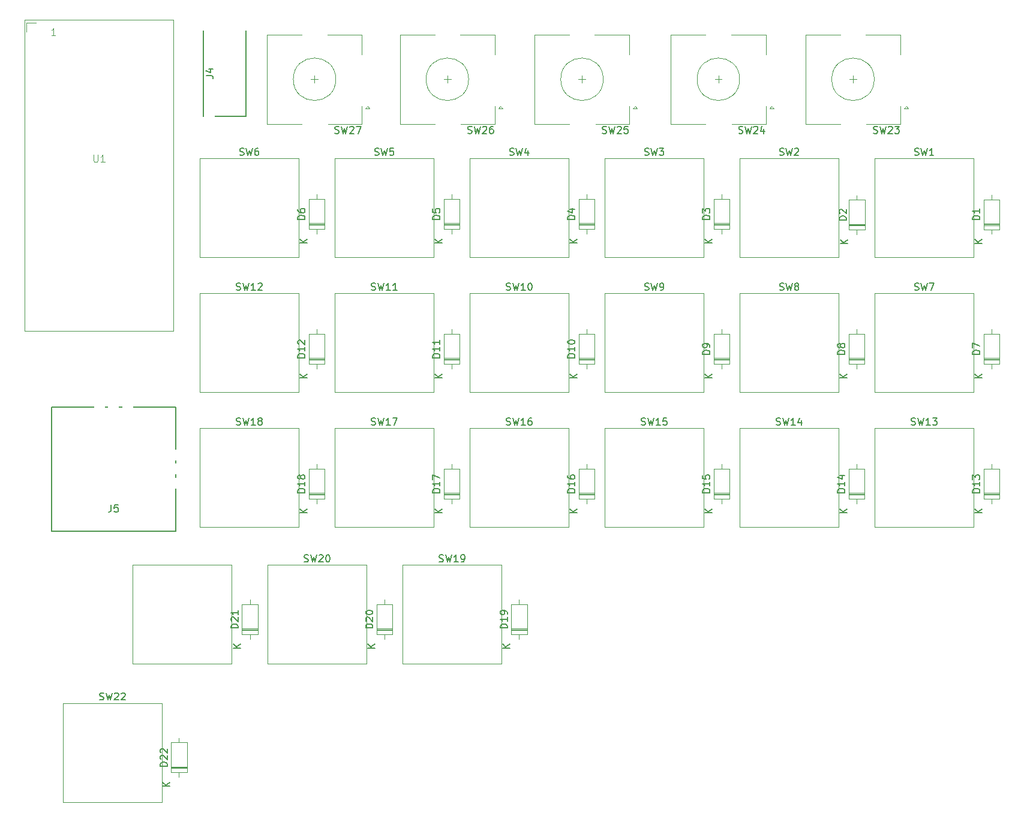
<source format=gbr>
%TF.GenerationSoftware,KiCad,Pcbnew,9.0.0*%
%TF.CreationDate,2025-03-26T22:33:01+09:00*%
%TF.ProjectId,keyboard,6b657962-6f61-4726-942e-6b696361645f,rev?*%
%TF.SameCoordinates,Original*%
%TF.FileFunction,Legend,Top*%
%TF.FilePolarity,Positive*%
%FSLAX46Y46*%
G04 Gerber Fmt 4.6, Leading zero omitted, Abs format (unit mm)*
G04 Created by KiCad (PCBNEW 9.0.0) date 2025-03-26 22:33:01*
%MOMM*%
%LPD*%
G01*
G04 APERTURE LIST*
%ADD10C,0.150000*%
%ADD11C,0.100000*%
%ADD12C,0.120000*%
%ADD13C,2.010000*%
%ADD14O,1.500000X2.000000*%
%ADD15O,2.000000X1.500000*%
%ADD16R,1.600000X1.600000*%
%ADD17O,1.600000X1.600000*%
%ADD18C,1.700000*%
%ADD19C,4.000000*%
%ADD20C,2.200000*%
%ADD21R,2.000000X2.000000*%
%ADD22C,2.000000*%
%ADD23C,2.800000*%
%ADD24R,1.700000X1.700000*%
%ADD25O,1.700000X1.700000*%
%ADD26C,1.200000*%
%ADD27O,1.500000X2.300000*%
G04 APERTURE END LIST*
D10*
X113134819Y-85664285D02*
X112134819Y-85664285D01*
X112134819Y-85664285D02*
X112134819Y-85426190D01*
X112134819Y-85426190D02*
X112182438Y-85283333D01*
X112182438Y-85283333D02*
X112277676Y-85188095D01*
X112277676Y-85188095D02*
X112372914Y-85140476D01*
X112372914Y-85140476D02*
X112563390Y-85092857D01*
X112563390Y-85092857D02*
X112706247Y-85092857D01*
X112706247Y-85092857D02*
X112896723Y-85140476D01*
X112896723Y-85140476D02*
X112991961Y-85188095D01*
X112991961Y-85188095D02*
X113087200Y-85283333D01*
X113087200Y-85283333D02*
X113134819Y-85426190D01*
X113134819Y-85426190D02*
X113134819Y-85664285D01*
X113134819Y-84140476D02*
X113134819Y-84711904D01*
X113134819Y-84426190D02*
X112134819Y-84426190D01*
X112134819Y-84426190D02*
X112277676Y-84521428D01*
X112277676Y-84521428D02*
X112372914Y-84616666D01*
X112372914Y-84616666D02*
X112420533Y-84711904D01*
X112230057Y-83759523D02*
X112182438Y-83711904D01*
X112182438Y-83711904D02*
X112134819Y-83616666D01*
X112134819Y-83616666D02*
X112134819Y-83378571D01*
X112134819Y-83378571D02*
X112182438Y-83283333D01*
X112182438Y-83283333D02*
X112230057Y-83235714D01*
X112230057Y-83235714D02*
X112325295Y-83188095D01*
X112325295Y-83188095D02*
X112420533Y-83188095D01*
X112420533Y-83188095D02*
X112563390Y-83235714D01*
X112563390Y-83235714D02*
X113134819Y-83807142D01*
X113134819Y-83807142D02*
X113134819Y-83188095D01*
X113454819Y-88521904D02*
X112454819Y-88521904D01*
X113454819Y-87950476D02*
X112883390Y-88379047D01*
X112454819Y-87950476D02*
X113026247Y-88521904D01*
X170284819Y-85188094D02*
X169284819Y-85188094D01*
X169284819Y-85188094D02*
X169284819Y-84949999D01*
X169284819Y-84949999D02*
X169332438Y-84807142D01*
X169332438Y-84807142D02*
X169427676Y-84711904D01*
X169427676Y-84711904D02*
X169522914Y-84664285D01*
X169522914Y-84664285D02*
X169713390Y-84616666D01*
X169713390Y-84616666D02*
X169856247Y-84616666D01*
X169856247Y-84616666D02*
X170046723Y-84664285D01*
X170046723Y-84664285D02*
X170141961Y-84711904D01*
X170141961Y-84711904D02*
X170237200Y-84807142D01*
X170237200Y-84807142D02*
X170284819Y-84949999D01*
X170284819Y-84949999D02*
X170284819Y-85188094D01*
X170284819Y-84140475D02*
X170284819Y-83949999D01*
X170284819Y-83949999D02*
X170237200Y-83854761D01*
X170237200Y-83854761D02*
X170189580Y-83807142D01*
X170189580Y-83807142D02*
X170046723Y-83711904D01*
X170046723Y-83711904D02*
X169856247Y-83664285D01*
X169856247Y-83664285D02*
X169475295Y-83664285D01*
X169475295Y-83664285D02*
X169380057Y-83711904D01*
X169380057Y-83711904D02*
X169332438Y-83759523D01*
X169332438Y-83759523D02*
X169284819Y-83854761D01*
X169284819Y-83854761D02*
X169284819Y-84045237D01*
X169284819Y-84045237D02*
X169332438Y-84140475D01*
X169332438Y-84140475D02*
X169380057Y-84188094D01*
X169380057Y-84188094D02*
X169475295Y-84235713D01*
X169475295Y-84235713D02*
X169713390Y-84235713D01*
X169713390Y-84235713D02*
X169808628Y-84188094D01*
X169808628Y-84188094D02*
X169856247Y-84140475D01*
X169856247Y-84140475D02*
X169903866Y-84045237D01*
X169903866Y-84045237D02*
X169903866Y-83854761D01*
X169903866Y-83854761D02*
X169856247Y-83759523D01*
X169856247Y-83759523D02*
X169808628Y-83711904D01*
X169808628Y-83711904D02*
X169713390Y-83664285D01*
X170604819Y-88521904D02*
X169604819Y-88521904D01*
X170604819Y-87950476D02*
X170033390Y-88379047D01*
X169604819Y-87950476D02*
X170176247Y-88521904D01*
X103479476Y-76087200D02*
X103622333Y-76134819D01*
X103622333Y-76134819D02*
X103860428Y-76134819D01*
X103860428Y-76134819D02*
X103955666Y-76087200D01*
X103955666Y-76087200D02*
X104003285Y-76039580D01*
X104003285Y-76039580D02*
X104050904Y-75944342D01*
X104050904Y-75944342D02*
X104050904Y-75849104D01*
X104050904Y-75849104D02*
X104003285Y-75753866D01*
X104003285Y-75753866D02*
X103955666Y-75706247D01*
X103955666Y-75706247D02*
X103860428Y-75658628D01*
X103860428Y-75658628D02*
X103669952Y-75611009D01*
X103669952Y-75611009D02*
X103574714Y-75563390D01*
X103574714Y-75563390D02*
X103527095Y-75515771D01*
X103527095Y-75515771D02*
X103479476Y-75420533D01*
X103479476Y-75420533D02*
X103479476Y-75325295D01*
X103479476Y-75325295D02*
X103527095Y-75230057D01*
X103527095Y-75230057D02*
X103574714Y-75182438D01*
X103574714Y-75182438D02*
X103669952Y-75134819D01*
X103669952Y-75134819D02*
X103908047Y-75134819D01*
X103908047Y-75134819D02*
X104050904Y-75182438D01*
X104384238Y-75134819D02*
X104622333Y-76134819D01*
X104622333Y-76134819D02*
X104812809Y-75420533D01*
X104812809Y-75420533D02*
X105003285Y-76134819D01*
X105003285Y-76134819D02*
X105241381Y-75134819D01*
X106146142Y-76134819D02*
X105574714Y-76134819D01*
X105860428Y-76134819D02*
X105860428Y-75134819D01*
X105860428Y-75134819D02*
X105765190Y-75277676D01*
X105765190Y-75277676D02*
X105669952Y-75372914D01*
X105669952Y-75372914D02*
X105574714Y-75420533D01*
X106527095Y-75230057D02*
X106574714Y-75182438D01*
X106574714Y-75182438D02*
X106669952Y-75134819D01*
X106669952Y-75134819D02*
X106908047Y-75134819D01*
X106908047Y-75134819D02*
X107003285Y-75182438D01*
X107003285Y-75182438D02*
X107050904Y-75230057D01*
X107050904Y-75230057D02*
X107098523Y-75325295D01*
X107098523Y-75325295D02*
X107098523Y-75420533D01*
X107098523Y-75420533D02*
X107050904Y-75563390D01*
X107050904Y-75563390D02*
X106479476Y-76134819D01*
X106479476Y-76134819D02*
X107098523Y-76134819D01*
X113134819Y-66138094D02*
X112134819Y-66138094D01*
X112134819Y-66138094D02*
X112134819Y-65899999D01*
X112134819Y-65899999D02*
X112182438Y-65757142D01*
X112182438Y-65757142D02*
X112277676Y-65661904D01*
X112277676Y-65661904D02*
X112372914Y-65614285D01*
X112372914Y-65614285D02*
X112563390Y-65566666D01*
X112563390Y-65566666D02*
X112706247Y-65566666D01*
X112706247Y-65566666D02*
X112896723Y-65614285D01*
X112896723Y-65614285D02*
X112991961Y-65661904D01*
X112991961Y-65661904D02*
X113087200Y-65757142D01*
X113087200Y-65757142D02*
X113134819Y-65899999D01*
X113134819Y-65899999D02*
X113134819Y-66138094D01*
X112134819Y-64709523D02*
X112134819Y-64899999D01*
X112134819Y-64899999D02*
X112182438Y-64995237D01*
X112182438Y-64995237D02*
X112230057Y-65042856D01*
X112230057Y-65042856D02*
X112372914Y-65138094D01*
X112372914Y-65138094D02*
X112563390Y-65185713D01*
X112563390Y-65185713D02*
X112944342Y-65185713D01*
X112944342Y-65185713D02*
X113039580Y-65138094D01*
X113039580Y-65138094D02*
X113087200Y-65090475D01*
X113087200Y-65090475D02*
X113134819Y-64995237D01*
X113134819Y-64995237D02*
X113134819Y-64804761D01*
X113134819Y-64804761D02*
X113087200Y-64709523D01*
X113087200Y-64709523D02*
X113039580Y-64661904D01*
X113039580Y-64661904D02*
X112944342Y-64614285D01*
X112944342Y-64614285D02*
X112706247Y-64614285D01*
X112706247Y-64614285D02*
X112611009Y-64661904D01*
X112611009Y-64661904D02*
X112563390Y-64709523D01*
X112563390Y-64709523D02*
X112515771Y-64804761D01*
X112515771Y-64804761D02*
X112515771Y-64995237D01*
X112515771Y-64995237D02*
X112563390Y-65090475D01*
X112563390Y-65090475D02*
X112611009Y-65138094D01*
X112611009Y-65138094D02*
X112706247Y-65185713D01*
X113454819Y-69471904D02*
X112454819Y-69471904D01*
X113454819Y-68900476D02*
X112883390Y-69329047D01*
X112454819Y-68900476D02*
X113026247Y-69471904D01*
X179679476Y-95137200D02*
X179822333Y-95184819D01*
X179822333Y-95184819D02*
X180060428Y-95184819D01*
X180060428Y-95184819D02*
X180155666Y-95137200D01*
X180155666Y-95137200D02*
X180203285Y-95089580D01*
X180203285Y-95089580D02*
X180250904Y-94994342D01*
X180250904Y-94994342D02*
X180250904Y-94899104D01*
X180250904Y-94899104D02*
X180203285Y-94803866D01*
X180203285Y-94803866D02*
X180155666Y-94756247D01*
X180155666Y-94756247D02*
X180060428Y-94708628D01*
X180060428Y-94708628D02*
X179869952Y-94661009D01*
X179869952Y-94661009D02*
X179774714Y-94613390D01*
X179774714Y-94613390D02*
X179727095Y-94565771D01*
X179727095Y-94565771D02*
X179679476Y-94470533D01*
X179679476Y-94470533D02*
X179679476Y-94375295D01*
X179679476Y-94375295D02*
X179727095Y-94280057D01*
X179727095Y-94280057D02*
X179774714Y-94232438D01*
X179774714Y-94232438D02*
X179869952Y-94184819D01*
X179869952Y-94184819D02*
X180108047Y-94184819D01*
X180108047Y-94184819D02*
X180250904Y-94232438D01*
X180584238Y-94184819D02*
X180822333Y-95184819D01*
X180822333Y-95184819D02*
X181012809Y-94470533D01*
X181012809Y-94470533D02*
X181203285Y-95184819D01*
X181203285Y-95184819D02*
X181441381Y-94184819D01*
X182346142Y-95184819D02*
X181774714Y-95184819D01*
X182060428Y-95184819D02*
X182060428Y-94184819D01*
X182060428Y-94184819D02*
X181965190Y-94327676D01*
X181965190Y-94327676D02*
X181869952Y-94422914D01*
X181869952Y-94422914D02*
X181774714Y-94470533D01*
X183203285Y-94518152D02*
X183203285Y-95184819D01*
X182965190Y-94137200D02*
X182727095Y-94851485D01*
X182727095Y-94851485D02*
X183346142Y-94851485D01*
X122714819Y-123839285D02*
X121714819Y-123839285D01*
X121714819Y-123839285D02*
X121714819Y-123601190D01*
X121714819Y-123601190D02*
X121762438Y-123458333D01*
X121762438Y-123458333D02*
X121857676Y-123363095D01*
X121857676Y-123363095D02*
X121952914Y-123315476D01*
X121952914Y-123315476D02*
X122143390Y-123267857D01*
X122143390Y-123267857D02*
X122286247Y-123267857D01*
X122286247Y-123267857D02*
X122476723Y-123315476D01*
X122476723Y-123315476D02*
X122571961Y-123363095D01*
X122571961Y-123363095D02*
X122667200Y-123458333D01*
X122667200Y-123458333D02*
X122714819Y-123601190D01*
X122714819Y-123601190D02*
X122714819Y-123839285D01*
X121810057Y-122886904D02*
X121762438Y-122839285D01*
X121762438Y-122839285D02*
X121714819Y-122744047D01*
X121714819Y-122744047D02*
X121714819Y-122505952D01*
X121714819Y-122505952D02*
X121762438Y-122410714D01*
X121762438Y-122410714D02*
X121810057Y-122363095D01*
X121810057Y-122363095D02*
X121905295Y-122315476D01*
X121905295Y-122315476D02*
X122000533Y-122315476D01*
X122000533Y-122315476D02*
X122143390Y-122363095D01*
X122143390Y-122363095D02*
X122714819Y-122934523D01*
X122714819Y-122934523D02*
X122714819Y-122315476D01*
X121714819Y-121696428D02*
X121714819Y-121601190D01*
X121714819Y-121601190D02*
X121762438Y-121505952D01*
X121762438Y-121505952D02*
X121810057Y-121458333D01*
X121810057Y-121458333D02*
X121905295Y-121410714D01*
X121905295Y-121410714D02*
X122095771Y-121363095D01*
X122095771Y-121363095D02*
X122333866Y-121363095D01*
X122333866Y-121363095D02*
X122524342Y-121410714D01*
X122524342Y-121410714D02*
X122619580Y-121458333D01*
X122619580Y-121458333D02*
X122667200Y-121505952D01*
X122667200Y-121505952D02*
X122714819Y-121601190D01*
X122714819Y-121601190D02*
X122714819Y-121696428D01*
X122714819Y-121696428D02*
X122667200Y-121791666D01*
X122667200Y-121791666D02*
X122619580Y-121839285D01*
X122619580Y-121839285D02*
X122524342Y-121886904D01*
X122524342Y-121886904D02*
X122333866Y-121934523D01*
X122333866Y-121934523D02*
X122095771Y-121934523D01*
X122095771Y-121934523D02*
X121905295Y-121886904D01*
X121905295Y-121886904D02*
X121810057Y-121839285D01*
X121810057Y-121839285D02*
X121762438Y-121791666D01*
X121762438Y-121791666D02*
X121714819Y-121696428D01*
X123034819Y-126696904D02*
X122034819Y-126696904D01*
X123034819Y-126125476D02*
X122463390Y-126554047D01*
X122034819Y-126125476D02*
X122606247Y-126696904D01*
X170284819Y-66138094D02*
X169284819Y-66138094D01*
X169284819Y-66138094D02*
X169284819Y-65899999D01*
X169284819Y-65899999D02*
X169332438Y-65757142D01*
X169332438Y-65757142D02*
X169427676Y-65661904D01*
X169427676Y-65661904D02*
X169522914Y-65614285D01*
X169522914Y-65614285D02*
X169713390Y-65566666D01*
X169713390Y-65566666D02*
X169856247Y-65566666D01*
X169856247Y-65566666D02*
X170046723Y-65614285D01*
X170046723Y-65614285D02*
X170141961Y-65661904D01*
X170141961Y-65661904D02*
X170237200Y-65757142D01*
X170237200Y-65757142D02*
X170284819Y-65899999D01*
X170284819Y-65899999D02*
X170284819Y-66138094D01*
X169284819Y-65233332D02*
X169284819Y-64614285D01*
X169284819Y-64614285D02*
X169665771Y-64947618D01*
X169665771Y-64947618D02*
X169665771Y-64804761D01*
X169665771Y-64804761D02*
X169713390Y-64709523D01*
X169713390Y-64709523D02*
X169761009Y-64661904D01*
X169761009Y-64661904D02*
X169856247Y-64614285D01*
X169856247Y-64614285D02*
X170094342Y-64614285D01*
X170094342Y-64614285D02*
X170189580Y-64661904D01*
X170189580Y-64661904D02*
X170237200Y-64709523D01*
X170237200Y-64709523D02*
X170284819Y-64804761D01*
X170284819Y-64804761D02*
X170284819Y-65090475D01*
X170284819Y-65090475D02*
X170237200Y-65185713D01*
X170237200Y-65185713D02*
X170189580Y-65233332D01*
X170604819Y-69471904D02*
X169604819Y-69471904D01*
X170604819Y-68900476D02*
X170033390Y-69329047D01*
X169604819Y-68900476D02*
X170176247Y-69471904D01*
X85804166Y-106442319D02*
X85804166Y-107156604D01*
X85804166Y-107156604D02*
X85756547Y-107299461D01*
X85756547Y-107299461D02*
X85661309Y-107394700D01*
X85661309Y-107394700D02*
X85518452Y-107442319D01*
X85518452Y-107442319D02*
X85423214Y-107442319D01*
X86756547Y-106442319D02*
X86280357Y-106442319D01*
X86280357Y-106442319D02*
X86232738Y-106918509D01*
X86232738Y-106918509D02*
X86280357Y-106870890D01*
X86280357Y-106870890D02*
X86375595Y-106823271D01*
X86375595Y-106823271D02*
X86613690Y-106823271D01*
X86613690Y-106823271D02*
X86708928Y-106870890D01*
X86708928Y-106870890D02*
X86756547Y-106918509D01*
X86756547Y-106918509D02*
X86804166Y-107013747D01*
X86804166Y-107013747D02*
X86804166Y-107251842D01*
X86804166Y-107251842D02*
X86756547Y-107347080D01*
X86756547Y-107347080D02*
X86708928Y-107394700D01*
X86708928Y-107394700D02*
X86613690Y-107442319D01*
X86613690Y-107442319D02*
X86375595Y-107442319D01*
X86375595Y-107442319D02*
X86280357Y-107394700D01*
X86280357Y-107394700D02*
X86232738Y-107347080D01*
X103479476Y-95137200D02*
X103622333Y-95184819D01*
X103622333Y-95184819D02*
X103860428Y-95184819D01*
X103860428Y-95184819D02*
X103955666Y-95137200D01*
X103955666Y-95137200D02*
X104003285Y-95089580D01*
X104003285Y-95089580D02*
X104050904Y-94994342D01*
X104050904Y-94994342D02*
X104050904Y-94899104D01*
X104050904Y-94899104D02*
X104003285Y-94803866D01*
X104003285Y-94803866D02*
X103955666Y-94756247D01*
X103955666Y-94756247D02*
X103860428Y-94708628D01*
X103860428Y-94708628D02*
X103669952Y-94661009D01*
X103669952Y-94661009D02*
X103574714Y-94613390D01*
X103574714Y-94613390D02*
X103527095Y-94565771D01*
X103527095Y-94565771D02*
X103479476Y-94470533D01*
X103479476Y-94470533D02*
X103479476Y-94375295D01*
X103479476Y-94375295D02*
X103527095Y-94280057D01*
X103527095Y-94280057D02*
X103574714Y-94232438D01*
X103574714Y-94232438D02*
X103669952Y-94184819D01*
X103669952Y-94184819D02*
X103908047Y-94184819D01*
X103908047Y-94184819D02*
X104050904Y-94232438D01*
X104384238Y-94184819D02*
X104622333Y-95184819D01*
X104622333Y-95184819D02*
X104812809Y-94470533D01*
X104812809Y-94470533D02*
X105003285Y-95184819D01*
X105003285Y-95184819D02*
X105241381Y-94184819D01*
X106146142Y-95184819D02*
X105574714Y-95184819D01*
X105860428Y-95184819D02*
X105860428Y-94184819D01*
X105860428Y-94184819D02*
X105765190Y-94327676D01*
X105765190Y-94327676D02*
X105669952Y-94422914D01*
X105669952Y-94422914D02*
X105574714Y-94470533D01*
X106717571Y-94613390D02*
X106622333Y-94565771D01*
X106622333Y-94565771D02*
X106574714Y-94518152D01*
X106574714Y-94518152D02*
X106527095Y-94422914D01*
X106527095Y-94422914D02*
X106527095Y-94375295D01*
X106527095Y-94375295D02*
X106574714Y-94280057D01*
X106574714Y-94280057D02*
X106622333Y-94232438D01*
X106622333Y-94232438D02*
X106717571Y-94184819D01*
X106717571Y-94184819D02*
X106908047Y-94184819D01*
X106908047Y-94184819D02*
X107003285Y-94232438D01*
X107003285Y-94232438D02*
X107050904Y-94280057D01*
X107050904Y-94280057D02*
X107098523Y-94375295D01*
X107098523Y-94375295D02*
X107098523Y-94422914D01*
X107098523Y-94422914D02*
X107050904Y-94518152D01*
X107050904Y-94518152D02*
X107003285Y-94565771D01*
X107003285Y-94565771D02*
X106908047Y-94613390D01*
X106908047Y-94613390D02*
X106717571Y-94613390D01*
X106717571Y-94613390D02*
X106622333Y-94661009D01*
X106622333Y-94661009D02*
X106574714Y-94708628D01*
X106574714Y-94708628D02*
X106527095Y-94803866D01*
X106527095Y-94803866D02*
X106527095Y-94994342D01*
X106527095Y-94994342D02*
X106574714Y-95089580D01*
X106574714Y-95089580D02*
X106622333Y-95137200D01*
X106622333Y-95137200D02*
X106717571Y-95184819D01*
X106717571Y-95184819D02*
X106908047Y-95184819D01*
X106908047Y-95184819D02*
X107003285Y-95137200D01*
X107003285Y-95137200D02*
X107050904Y-95089580D01*
X107050904Y-95089580D02*
X107098523Y-94994342D01*
X107098523Y-94994342D02*
X107098523Y-94803866D01*
X107098523Y-94803866D02*
X107050904Y-94708628D01*
X107050904Y-94708628D02*
X107003285Y-94661009D01*
X107003285Y-94661009D02*
X106908047Y-94613390D01*
X208384819Y-104714285D02*
X207384819Y-104714285D01*
X207384819Y-104714285D02*
X207384819Y-104476190D01*
X207384819Y-104476190D02*
X207432438Y-104333333D01*
X207432438Y-104333333D02*
X207527676Y-104238095D01*
X207527676Y-104238095D02*
X207622914Y-104190476D01*
X207622914Y-104190476D02*
X207813390Y-104142857D01*
X207813390Y-104142857D02*
X207956247Y-104142857D01*
X207956247Y-104142857D02*
X208146723Y-104190476D01*
X208146723Y-104190476D02*
X208241961Y-104238095D01*
X208241961Y-104238095D02*
X208337200Y-104333333D01*
X208337200Y-104333333D02*
X208384819Y-104476190D01*
X208384819Y-104476190D02*
X208384819Y-104714285D01*
X208384819Y-103190476D02*
X208384819Y-103761904D01*
X208384819Y-103476190D02*
X207384819Y-103476190D01*
X207384819Y-103476190D02*
X207527676Y-103571428D01*
X207527676Y-103571428D02*
X207622914Y-103666666D01*
X207622914Y-103666666D02*
X207670533Y-103761904D01*
X207384819Y-102857142D02*
X207384819Y-102238095D01*
X207384819Y-102238095D02*
X207765771Y-102571428D01*
X207765771Y-102571428D02*
X207765771Y-102428571D01*
X207765771Y-102428571D02*
X207813390Y-102333333D01*
X207813390Y-102333333D02*
X207861009Y-102285714D01*
X207861009Y-102285714D02*
X207956247Y-102238095D01*
X207956247Y-102238095D02*
X208194342Y-102238095D01*
X208194342Y-102238095D02*
X208289580Y-102285714D01*
X208289580Y-102285714D02*
X208337200Y-102333333D01*
X208337200Y-102333333D02*
X208384819Y-102428571D01*
X208384819Y-102428571D02*
X208384819Y-102714285D01*
X208384819Y-102714285D02*
X208337200Y-102809523D01*
X208337200Y-102809523D02*
X208289580Y-102857142D01*
X208704819Y-107571904D02*
X207704819Y-107571904D01*
X208704819Y-107000476D02*
X208133390Y-107429047D01*
X207704819Y-107000476D02*
X208276247Y-107571904D01*
X208384819Y-66183094D02*
X207384819Y-66183094D01*
X207384819Y-66183094D02*
X207384819Y-65944999D01*
X207384819Y-65944999D02*
X207432438Y-65802142D01*
X207432438Y-65802142D02*
X207527676Y-65706904D01*
X207527676Y-65706904D02*
X207622914Y-65659285D01*
X207622914Y-65659285D02*
X207813390Y-65611666D01*
X207813390Y-65611666D02*
X207956247Y-65611666D01*
X207956247Y-65611666D02*
X208146723Y-65659285D01*
X208146723Y-65659285D02*
X208241961Y-65706904D01*
X208241961Y-65706904D02*
X208337200Y-65802142D01*
X208337200Y-65802142D02*
X208384819Y-65944999D01*
X208384819Y-65944999D02*
X208384819Y-66183094D01*
X208384819Y-64659285D02*
X208384819Y-65230713D01*
X208384819Y-64944999D02*
X207384819Y-64944999D01*
X207384819Y-64944999D02*
X207527676Y-65040237D01*
X207527676Y-65040237D02*
X207622914Y-65135475D01*
X207622914Y-65135475D02*
X207670533Y-65230713D01*
X208704819Y-69516904D02*
X207704819Y-69516904D01*
X208704819Y-68945476D02*
X208133390Y-69374047D01*
X207704819Y-68945476D02*
X208276247Y-69516904D01*
X122529476Y-95137200D02*
X122672333Y-95184819D01*
X122672333Y-95184819D02*
X122910428Y-95184819D01*
X122910428Y-95184819D02*
X123005666Y-95137200D01*
X123005666Y-95137200D02*
X123053285Y-95089580D01*
X123053285Y-95089580D02*
X123100904Y-94994342D01*
X123100904Y-94994342D02*
X123100904Y-94899104D01*
X123100904Y-94899104D02*
X123053285Y-94803866D01*
X123053285Y-94803866D02*
X123005666Y-94756247D01*
X123005666Y-94756247D02*
X122910428Y-94708628D01*
X122910428Y-94708628D02*
X122719952Y-94661009D01*
X122719952Y-94661009D02*
X122624714Y-94613390D01*
X122624714Y-94613390D02*
X122577095Y-94565771D01*
X122577095Y-94565771D02*
X122529476Y-94470533D01*
X122529476Y-94470533D02*
X122529476Y-94375295D01*
X122529476Y-94375295D02*
X122577095Y-94280057D01*
X122577095Y-94280057D02*
X122624714Y-94232438D01*
X122624714Y-94232438D02*
X122719952Y-94184819D01*
X122719952Y-94184819D02*
X122958047Y-94184819D01*
X122958047Y-94184819D02*
X123100904Y-94232438D01*
X123434238Y-94184819D02*
X123672333Y-95184819D01*
X123672333Y-95184819D02*
X123862809Y-94470533D01*
X123862809Y-94470533D02*
X124053285Y-95184819D01*
X124053285Y-95184819D02*
X124291381Y-94184819D01*
X125196142Y-95184819D02*
X124624714Y-95184819D01*
X124910428Y-95184819D02*
X124910428Y-94184819D01*
X124910428Y-94184819D02*
X124815190Y-94327676D01*
X124815190Y-94327676D02*
X124719952Y-94422914D01*
X124719952Y-94422914D02*
X124624714Y-94470533D01*
X125529476Y-94184819D02*
X126196142Y-94184819D01*
X126196142Y-94184819D02*
X125767571Y-95184819D01*
X155140476Y-53957200D02*
X155283333Y-54004819D01*
X155283333Y-54004819D02*
X155521428Y-54004819D01*
X155521428Y-54004819D02*
X155616666Y-53957200D01*
X155616666Y-53957200D02*
X155664285Y-53909580D01*
X155664285Y-53909580D02*
X155711904Y-53814342D01*
X155711904Y-53814342D02*
X155711904Y-53719104D01*
X155711904Y-53719104D02*
X155664285Y-53623866D01*
X155664285Y-53623866D02*
X155616666Y-53576247D01*
X155616666Y-53576247D02*
X155521428Y-53528628D01*
X155521428Y-53528628D02*
X155330952Y-53481009D01*
X155330952Y-53481009D02*
X155235714Y-53433390D01*
X155235714Y-53433390D02*
X155188095Y-53385771D01*
X155188095Y-53385771D02*
X155140476Y-53290533D01*
X155140476Y-53290533D02*
X155140476Y-53195295D01*
X155140476Y-53195295D02*
X155188095Y-53100057D01*
X155188095Y-53100057D02*
X155235714Y-53052438D01*
X155235714Y-53052438D02*
X155330952Y-53004819D01*
X155330952Y-53004819D02*
X155569047Y-53004819D01*
X155569047Y-53004819D02*
X155711904Y-53052438D01*
X156045238Y-53004819D02*
X156283333Y-54004819D01*
X156283333Y-54004819D02*
X156473809Y-53290533D01*
X156473809Y-53290533D02*
X156664285Y-54004819D01*
X156664285Y-54004819D02*
X156902381Y-53004819D01*
X157235714Y-53100057D02*
X157283333Y-53052438D01*
X157283333Y-53052438D02*
X157378571Y-53004819D01*
X157378571Y-53004819D02*
X157616666Y-53004819D01*
X157616666Y-53004819D02*
X157711904Y-53052438D01*
X157711904Y-53052438D02*
X157759523Y-53100057D01*
X157759523Y-53100057D02*
X157807142Y-53195295D01*
X157807142Y-53195295D02*
X157807142Y-53290533D01*
X157807142Y-53290533D02*
X157759523Y-53433390D01*
X157759523Y-53433390D02*
X157188095Y-54004819D01*
X157188095Y-54004819D02*
X157807142Y-54004819D01*
X158711904Y-53004819D02*
X158235714Y-53004819D01*
X158235714Y-53004819D02*
X158188095Y-53481009D01*
X158188095Y-53481009D02*
X158235714Y-53433390D01*
X158235714Y-53433390D02*
X158330952Y-53385771D01*
X158330952Y-53385771D02*
X158569047Y-53385771D01*
X158569047Y-53385771D02*
X158664285Y-53433390D01*
X158664285Y-53433390D02*
X158711904Y-53481009D01*
X158711904Y-53481009D02*
X158759523Y-53576247D01*
X158759523Y-53576247D02*
X158759523Y-53814342D01*
X158759523Y-53814342D02*
X158711904Y-53909580D01*
X158711904Y-53909580D02*
X158664285Y-53957200D01*
X158664285Y-53957200D02*
X158569047Y-54004819D01*
X158569047Y-54004819D02*
X158330952Y-54004819D01*
X158330952Y-54004819D02*
X158235714Y-53957200D01*
X158235714Y-53957200D02*
X158188095Y-53909580D01*
X103714819Y-123839285D02*
X102714819Y-123839285D01*
X102714819Y-123839285D02*
X102714819Y-123601190D01*
X102714819Y-123601190D02*
X102762438Y-123458333D01*
X102762438Y-123458333D02*
X102857676Y-123363095D01*
X102857676Y-123363095D02*
X102952914Y-123315476D01*
X102952914Y-123315476D02*
X103143390Y-123267857D01*
X103143390Y-123267857D02*
X103286247Y-123267857D01*
X103286247Y-123267857D02*
X103476723Y-123315476D01*
X103476723Y-123315476D02*
X103571961Y-123363095D01*
X103571961Y-123363095D02*
X103667200Y-123458333D01*
X103667200Y-123458333D02*
X103714819Y-123601190D01*
X103714819Y-123601190D02*
X103714819Y-123839285D01*
X102810057Y-122886904D02*
X102762438Y-122839285D01*
X102762438Y-122839285D02*
X102714819Y-122744047D01*
X102714819Y-122744047D02*
X102714819Y-122505952D01*
X102714819Y-122505952D02*
X102762438Y-122410714D01*
X102762438Y-122410714D02*
X102810057Y-122363095D01*
X102810057Y-122363095D02*
X102905295Y-122315476D01*
X102905295Y-122315476D02*
X103000533Y-122315476D01*
X103000533Y-122315476D02*
X103143390Y-122363095D01*
X103143390Y-122363095D02*
X103714819Y-122934523D01*
X103714819Y-122934523D02*
X103714819Y-122315476D01*
X103714819Y-121363095D02*
X103714819Y-121934523D01*
X103714819Y-121648809D02*
X102714819Y-121648809D01*
X102714819Y-121648809D02*
X102857676Y-121744047D01*
X102857676Y-121744047D02*
X102952914Y-121839285D01*
X102952914Y-121839285D02*
X103000533Y-121934523D01*
X104034819Y-126696904D02*
X103034819Y-126696904D01*
X104034819Y-126125476D02*
X103463390Y-126554047D01*
X103034819Y-126125476D02*
X103606247Y-126696904D01*
X113039476Y-114457200D02*
X113182333Y-114504819D01*
X113182333Y-114504819D02*
X113420428Y-114504819D01*
X113420428Y-114504819D02*
X113515666Y-114457200D01*
X113515666Y-114457200D02*
X113563285Y-114409580D01*
X113563285Y-114409580D02*
X113610904Y-114314342D01*
X113610904Y-114314342D02*
X113610904Y-114219104D01*
X113610904Y-114219104D02*
X113563285Y-114123866D01*
X113563285Y-114123866D02*
X113515666Y-114076247D01*
X113515666Y-114076247D02*
X113420428Y-114028628D01*
X113420428Y-114028628D02*
X113229952Y-113981009D01*
X113229952Y-113981009D02*
X113134714Y-113933390D01*
X113134714Y-113933390D02*
X113087095Y-113885771D01*
X113087095Y-113885771D02*
X113039476Y-113790533D01*
X113039476Y-113790533D02*
X113039476Y-113695295D01*
X113039476Y-113695295D02*
X113087095Y-113600057D01*
X113087095Y-113600057D02*
X113134714Y-113552438D01*
X113134714Y-113552438D02*
X113229952Y-113504819D01*
X113229952Y-113504819D02*
X113468047Y-113504819D01*
X113468047Y-113504819D02*
X113610904Y-113552438D01*
X113944238Y-113504819D02*
X114182333Y-114504819D01*
X114182333Y-114504819D02*
X114372809Y-113790533D01*
X114372809Y-113790533D02*
X114563285Y-114504819D01*
X114563285Y-114504819D02*
X114801381Y-113504819D01*
X115134714Y-113600057D02*
X115182333Y-113552438D01*
X115182333Y-113552438D02*
X115277571Y-113504819D01*
X115277571Y-113504819D02*
X115515666Y-113504819D01*
X115515666Y-113504819D02*
X115610904Y-113552438D01*
X115610904Y-113552438D02*
X115658523Y-113600057D01*
X115658523Y-113600057D02*
X115706142Y-113695295D01*
X115706142Y-113695295D02*
X115706142Y-113790533D01*
X115706142Y-113790533D02*
X115658523Y-113933390D01*
X115658523Y-113933390D02*
X115087095Y-114504819D01*
X115087095Y-114504819D02*
X115706142Y-114504819D01*
X116325190Y-113504819D02*
X116420428Y-113504819D01*
X116420428Y-113504819D02*
X116515666Y-113552438D01*
X116515666Y-113552438D02*
X116563285Y-113600057D01*
X116563285Y-113600057D02*
X116610904Y-113695295D01*
X116610904Y-113695295D02*
X116658523Y-113885771D01*
X116658523Y-113885771D02*
X116658523Y-114123866D01*
X116658523Y-114123866D02*
X116610904Y-114314342D01*
X116610904Y-114314342D02*
X116563285Y-114409580D01*
X116563285Y-114409580D02*
X116515666Y-114457200D01*
X116515666Y-114457200D02*
X116420428Y-114504819D01*
X116420428Y-114504819D02*
X116325190Y-114504819D01*
X116325190Y-114504819D02*
X116229952Y-114457200D01*
X116229952Y-114457200D02*
X116182333Y-114409580D01*
X116182333Y-114409580D02*
X116134714Y-114314342D01*
X116134714Y-114314342D02*
X116087095Y-114123866D01*
X116087095Y-114123866D02*
X116087095Y-113885771D01*
X116087095Y-113885771D02*
X116134714Y-113695295D01*
X116134714Y-113695295D02*
X116182333Y-113600057D01*
X116182333Y-113600057D02*
X116229952Y-113552438D01*
X116229952Y-113552438D02*
X116325190Y-113504819D01*
X199205667Y-57037200D02*
X199348524Y-57084819D01*
X199348524Y-57084819D02*
X199586619Y-57084819D01*
X199586619Y-57084819D02*
X199681857Y-57037200D01*
X199681857Y-57037200D02*
X199729476Y-56989580D01*
X199729476Y-56989580D02*
X199777095Y-56894342D01*
X199777095Y-56894342D02*
X199777095Y-56799104D01*
X199777095Y-56799104D02*
X199729476Y-56703866D01*
X199729476Y-56703866D02*
X199681857Y-56656247D01*
X199681857Y-56656247D02*
X199586619Y-56608628D01*
X199586619Y-56608628D02*
X199396143Y-56561009D01*
X199396143Y-56561009D02*
X199300905Y-56513390D01*
X199300905Y-56513390D02*
X199253286Y-56465771D01*
X199253286Y-56465771D02*
X199205667Y-56370533D01*
X199205667Y-56370533D02*
X199205667Y-56275295D01*
X199205667Y-56275295D02*
X199253286Y-56180057D01*
X199253286Y-56180057D02*
X199300905Y-56132438D01*
X199300905Y-56132438D02*
X199396143Y-56084819D01*
X199396143Y-56084819D02*
X199634238Y-56084819D01*
X199634238Y-56084819D02*
X199777095Y-56132438D01*
X200110429Y-56084819D02*
X200348524Y-57084819D01*
X200348524Y-57084819D02*
X200539000Y-56370533D01*
X200539000Y-56370533D02*
X200729476Y-57084819D01*
X200729476Y-57084819D02*
X200967572Y-56084819D01*
X201872333Y-57084819D02*
X201300905Y-57084819D01*
X201586619Y-57084819D02*
X201586619Y-56084819D01*
X201586619Y-56084819D02*
X201491381Y-56227676D01*
X201491381Y-56227676D02*
X201396143Y-56322914D01*
X201396143Y-56322914D02*
X201300905Y-56370533D01*
X193390476Y-53957200D02*
X193533333Y-54004819D01*
X193533333Y-54004819D02*
X193771428Y-54004819D01*
X193771428Y-54004819D02*
X193866666Y-53957200D01*
X193866666Y-53957200D02*
X193914285Y-53909580D01*
X193914285Y-53909580D02*
X193961904Y-53814342D01*
X193961904Y-53814342D02*
X193961904Y-53719104D01*
X193961904Y-53719104D02*
X193914285Y-53623866D01*
X193914285Y-53623866D02*
X193866666Y-53576247D01*
X193866666Y-53576247D02*
X193771428Y-53528628D01*
X193771428Y-53528628D02*
X193580952Y-53481009D01*
X193580952Y-53481009D02*
X193485714Y-53433390D01*
X193485714Y-53433390D02*
X193438095Y-53385771D01*
X193438095Y-53385771D02*
X193390476Y-53290533D01*
X193390476Y-53290533D02*
X193390476Y-53195295D01*
X193390476Y-53195295D02*
X193438095Y-53100057D01*
X193438095Y-53100057D02*
X193485714Y-53052438D01*
X193485714Y-53052438D02*
X193580952Y-53004819D01*
X193580952Y-53004819D02*
X193819047Y-53004819D01*
X193819047Y-53004819D02*
X193961904Y-53052438D01*
X194295238Y-53004819D02*
X194533333Y-54004819D01*
X194533333Y-54004819D02*
X194723809Y-53290533D01*
X194723809Y-53290533D02*
X194914285Y-54004819D01*
X194914285Y-54004819D02*
X195152381Y-53004819D01*
X195485714Y-53100057D02*
X195533333Y-53052438D01*
X195533333Y-53052438D02*
X195628571Y-53004819D01*
X195628571Y-53004819D02*
X195866666Y-53004819D01*
X195866666Y-53004819D02*
X195961904Y-53052438D01*
X195961904Y-53052438D02*
X196009523Y-53100057D01*
X196009523Y-53100057D02*
X196057142Y-53195295D01*
X196057142Y-53195295D02*
X196057142Y-53290533D01*
X196057142Y-53290533D02*
X196009523Y-53433390D01*
X196009523Y-53433390D02*
X195438095Y-54004819D01*
X195438095Y-54004819D02*
X196057142Y-54004819D01*
X196390476Y-53004819D02*
X197009523Y-53004819D01*
X197009523Y-53004819D02*
X196676190Y-53385771D01*
X196676190Y-53385771D02*
X196819047Y-53385771D01*
X196819047Y-53385771D02*
X196914285Y-53433390D01*
X196914285Y-53433390D02*
X196961904Y-53481009D01*
X196961904Y-53481009D02*
X197009523Y-53576247D01*
X197009523Y-53576247D02*
X197009523Y-53814342D01*
X197009523Y-53814342D02*
X196961904Y-53909580D01*
X196961904Y-53909580D02*
X196914285Y-53957200D01*
X196914285Y-53957200D02*
X196819047Y-54004819D01*
X196819047Y-54004819D02*
X196533333Y-54004819D01*
X196533333Y-54004819D02*
X196438095Y-53957200D01*
X196438095Y-53957200D02*
X196390476Y-53909580D01*
X122529476Y-76087200D02*
X122672333Y-76134819D01*
X122672333Y-76134819D02*
X122910428Y-76134819D01*
X122910428Y-76134819D02*
X123005666Y-76087200D01*
X123005666Y-76087200D02*
X123053285Y-76039580D01*
X123053285Y-76039580D02*
X123100904Y-75944342D01*
X123100904Y-75944342D02*
X123100904Y-75849104D01*
X123100904Y-75849104D02*
X123053285Y-75753866D01*
X123053285Y-75753866D02*
X123005666Y-75706247D01*
X123005666Y-75706247D02*
X122910428Y-75658628D01*
X122910428Y-75658628D02*
X122719952Y-75611009D01*
X122719952Y-75611009D02*
X122624714Y-75563390D01*
X122624714Y-75563390D02*
X122577095Y-75515771D01*
X122577095Y-75515771D02*
X122529476Y-75420533D01*
X122529476Y-75420533D02*
X122529476Y-75325295D01*
X122529476Y-75325295D02*
X122577095Y-75230057D01*
X122577095Y-75230057D02*
X122624714Y-75182438D01*
X122624714Y-75182438D02*
X122719952Y-75134819D01*
X122719952Y-75134819D02*
X122958047Y-75134819D01*
X122958047Y-75134819D02*
X123100904Y-75182438D01*
X123434238Y-75134819D02*
X123672333Y-76134819D01*
X123672333Y-76134819D02*
X123862809Y-75420533D01*
X123862809Y-75420533D02*
X124053285Y-76134819D01*
X124053285Y-76134819D02*
X124291381Y-75134819D01*
X125196142Y-76134819D02*
X124624714Y-76134819D01*
X124910428Y-76134819D02*
X124910428Y-75134819D01*
X124910428Y-75134819D02*
X124815190Y-75277676D01*
X124815190Y-75277676D02*
X124719952Y-75372914D01*
X124719952Y-75372914D02*
X124624714Y-75420533D01*
X126148523Y-76134819D02*
X125577095Y-76134819D01*
X125862809Y-76134819D02*
X125862809Y-75134819D01*
X125862809Y-75134819D02*
X125767571Y-75277676D01*
X125767571Y-75277676D02*
X125672333Y-75372914D01*
X125672333Y-75372914D02*
X125577095Y-75420533D01*
X132184819Y-104714285D02*
X131184819Y-104714285D01*
X131184819Y-104714285D02*
X131184819Y-104476190D01*
X131184819Y-104476190D02*
X131232438Y-104333333D01*
X131232438Y-104333333D02*
X131327676Y-104238095D01*
X131327676Y-104238095D02*
X131422914Y-104190476D01*
X131422914Y-104190476D02*
X131613390Y-104142857D01*
X131613390Y-104142857D02*
X131756247Y-104142857D01*
X131756247Y-104142857D02*
X131946723Y-104190476D01*
X131946723Y-104190476D02*
X132041961Y-104238095D01*
X132041961Y-104238095D02*
X132137200Y-104333333D01*
X132137200Y-104333333D02*
X132184819Y-104476190D01*
X132184819Y-104476190D02*
X132184819Y-104714285D01*
X132184819Y-103190476D02*
X132184819Y-103761904D01*
X132184819Y-103476190D02*
X131184819Y-103476190D01*
X131184819Y-103476190D02*
X131327676Y-103571428D01*
X131327676Y-103571428D02*
X131422914Y-103666666D01*
X131422914Y-103666666D02*
X131470533Y-103761904D01*
X131184819Y-102857142D02*
X131184819Y-102190476D01*
X131184819Y-102190476D02*
X132184819Y-102619047D01*
X132504819Y-107571904D02*
X131504819Y-107571904D01*
X132504819Y-107000476D02*
X131933390Y-107429047D01*
X131504819Y-107000476D02*
X132076247Y-107571904D01*
X132184819Y-66138094D02*
X131184819Y-66138094D01*
X131184819Y-66138094D02*
X131184819Y-65899999D01*
X131184819Y-65899999D02*
X131232438Y-65757142D01*
X131232438Y-65757142D02*
X131327676Y-65661904D01*
X131327676Y-65661904D02*
X131422914Y-65614285D01*
X131422914Y-65614285D02*
X131613390Y-65566666D01*
X131613390Y-65566666D02*
X131756247Y-65566666D01*
X131756247Y-65566666D02*
X131946723Y-65614285D01*
X131946723Y-65614285D02*
X132041961Y-65661904D01*
X132041961Y-65661904D02*
X132137200Y-65757142D01*
X132137200Y-65757142D02*
X132184819Y-65899999D01*
X132184819Y-65899999D02*
X132184819Y-66138094D01*
X131184819Y-64661904D02*
X131184819Y-65138094D01*
X131184819Y-65138094D02*
X131661009Y-65185713D01*
X131661009Y-65185713D02*
X131613390Y-65138094D01*
X131613390Y-65138094D02*
X131565771Y-65042856D01*
X131565771Y-65042856D02*
X131565771Y-64804761D01*
X131565771Y-64804761D02*
X131613390Y-64709523D01*
X131613390Y-64709523D02*
X131661009Y-64661904D01*
X131661009Y-64661904D02*
X131756247Y-64614285D01*
X131756247Y-64614285D02*
X131994342Y-64614285D01*
X131994342Y-64614285D02*
X132089580Y-64661904D01*
X132089580Y-64661904D02*
X132137200Y-64709523D01*
X132137200Y-64709523D02*
X132184819Y-64804761D01*
X132184819Y-64804761D02*
X132184819Y-65042856D01*
X132184819Y-65042856D02*
X132137200Y-65138094D01*
X132137200Y-65138094D02*
X132089580Y-65185713D01*
X132504819Y-69471904D02*
X131504819Y-69471904D01*
X132504819Y-68900476D02*
X131933390Y-69329047D01*
X131504819Y-68900476D02*
X132076247Y-69471904D01*
X141714819Y-123839285D02*
X140714819Y-123839285D01*
X140714819Y-123839285D02*
X140714819Y-123601190D01*
X140714819Y-123601190D02*
X140762438Y-123458333D01*
X140762438Y-123458333D02*
X140857676Y-123363095D01*
X140857676Y-123363095D02*
X140952914Y-123315476D01*
X140952914Y-123315476D02*
X141143390Y-123267857D01*
X141143390Y-123267857D02*
X141286247Y-123267857D01*
X141286247Y-123267857D02*
X141476723Y-123315476D01*
X141476723Y-123315476D02*
X141571961Y-123363095D01*
X141571961Y-123363095D02*
X141667200Y-123458333D01*
X141667200Y-123458333D02*
X141714819Y-123601190D01*
X141714819Y-123601190D02*
X141714819Y-123839285D01*
X141714819Y-122315476D02*
X141714819Y-122886904D01*
X141714819Y-122601190D02*
X140714819Y-122601190D01*
X140714819Y-122601190D02*
X140857676Y-122696428D01*
X140857676Y-122696428D02*
X140952914Y-122791666D01*
X140952914Y-122791666D02*
X141000533Y-122886904D01*
X141714819Y-121839285D02*
X141714819Y-121648809D01*
X141714819Y-121648809D02*
X141667200Y-121553571D01*
X141667200Y-121553571D02*
X141619580Y-121505952D01*
X141619580Y-121505952D02*
X141476723Y-121410714D01*
X141476723Y-121410714D02*
X141286247Y-121363095D01*
X141286247Y-121363095D02*
X140905295Y-121363095D01*
X140905295Y-121363095D02*
X140810057Y-121410714D01*
X140810057Y-121410714D02*
X140762438Y-121458333D01*
X140762438Y-121458333D02*
X140714819Y-121553571D01*
X140714819Y-121553571D02*
X140714819Y-121744047D01*
X140714819Y-121744047D02*
X140762438Y-121839285D01*
X140762438Y-121839285D02*
X140810057Y-121886904D01*
X140810057Y-121886904D02*
X140905295Y-121934523D01*
X140905295Y-121934523D02*
X141143390Y-121934523D01*
X141143390Y-121934523D02*
X141238628Y-121886904D01*
X141238628Y-121886904D02*
X141286247Y-121839285D01*
X141286247Y-121839285D02*
X141333866Y-121744047D01*
X141333866Y-121744047D02*
X141333866Y-121553571D01*
X141333866Y-121553571D02*
X141286247Y-121458333D01*
X141286247Y-121458333D02*
X141238628Y-121410714D01*
X141238628Y-121410714D02*
X141143390Y-121363095D01*
X142034819Y-126696904D02*
X141034819Y-126696904D01*
X142034819Y-126125476D02*
X141463390Y-126554047D01*
X141034819Y-126125476D02*
X141606247Y-126696904D01*
X161105667Y-76087200D02*
X161248524Y-76134819D01*
X161248524Y-76134819D02*
X161486619Y-76134819D01*
X161486619Y-76134819D02*
X161581857Y-76087200D01*
X161581857Y-76087200D02*
X161629476Y-76039580D01*
X161629476Y-76039580D02*
X161677095Y-75944342D01*
X161677095Y-75944342D02*
X161677095Y-75849104D01*
X161677095Y-75849104D02*
X161629476Y-75753866D01*
X161629476Y-75753866D02*
X161581857Y-75706247D01*
X161581857Y-75706247D02*
X161486619Y-75658628D01*
X161486619Y-75658628D02*
X161296143Y-75611009D01*
X161296143Y-75611009D02*
X161200905Y-75563390D01*
X161200905Y-75563390D02*
X161153286Y-75515771D01*
X161153286Y-75515771D02*
X161105667Y-75420533D01*
X161105667Y-75420533D02*
X161105667Y-75325295D01*
X161105667Y-75325295D02*
X161153286Y-75230057D01*
X161153286Y-75230057D02*
X161200905Y-75182438D01*
X161200905Y-75182438D02*
X161296143Y-75134819D01*
X161296143Y-75134819D02*
X161534238Y-75134819D01*
X161534238Y-75134819D02*
X161677095Y-75182438D01*
X162010429Y-75134819D02*
X162248524Y-76134819D01*
X162248524Y-76134819D02*
X162439000Y-75420533D01*
X162439000Y-75420533D02*
X162629476Y-76134819D01*
X162629476Y-76134819D02*
X162867572Y-75134819D01*
X163296143Y-76134819D02*
X163486619Y-76134819D01*
X163486619Y-76134819D02*
X163581857Y-76087200D01*
X163581857Y-76087200D02*
X163629476Y-76039580D01*
X163629476Y-76039580D02*
X163724714Y-75896723D01*
X163724714Y-75896723D02*
X163772333Y-75706247D01*
X163772333Y-75706247D02*
X163772333Y-75325295D01*
X163772333Y-75325295D02*
X163724714Y-75230057D01*
X163724714Y-75230057D02*
X163677095Y-75182438D01*
X163677095Y-75182438D02*
X163581857Y-75134819D01*
X163581857Y-75134819D02*
X163391381Y-75134819D01*
X163391381Y-75134819D02*
X163296143Y-75182438D01*
X163296143Y-75182438D02*
X163248524Y-75230057D01*
X163248524Y-75230057D02*
X163200905Y-75325295D01*
X163200905Y-75325295D02*
X163200905Y-75563390D01*
X163200905Y-75563390D02*
X163248524Y-75658628D01*
X163248524Y-75658628D02*
X163296143Y-75706247D01*
X163296143Y-75706247D02*
X163391381Y-75753866D01*
X163391381Y-75753866D02*
X163581857Y-75753866D01*
X163581857Y-75753866D02*
X163677095Y-75706247D01*
X163677095Y-75706247D02*
X163724714Y-75658628D01*
X163724714Y-75658628D02*
X163772333Y-75563390D01*
X141579476Y-76087200D02*
X141722333Y-76134819D01*
X141722333Y-76134819D02*
X141960428Y-76134819D01*
X141960428Y-76134819D02*
X142055666Y-76087200D01*
X142055666Y-76087200D02*
X142103285Y-76039580D01*
X142103285Y-76039580D02*
X142150904Y-75944342D01*
X142150904Y-75944342D02*
X142150904Y-75849104D01*
X142150904Y-75849104D02*
X142103285Y-75753866D01*
X142103285Y-75753866D02*
X142055666Y-75706247D01*
X142055666Y-75706247D02*
X141960428Y-75658628D01*
X141960428Y-75658628D02*
X141769952Y-75611009D01*
X141769952Y-75611009D02*
X141674714Y-75563390D01*
X141674714Y-75563390D02*
X141627095Y-75515771D01*
X141627095Y-75515771D02*
X141579476Y-75420533D01*
X141579476Y-75420533D02*
X141579476Y-75325295D01*
X141579476Y-75325295D02*
X141627095Y-75230057D01*
X141627095Y-75230057D02*
X141674714Y-75182438D01*
X141674714Y-75182438D02*
X141769952Y-75134819D01*
X141769952Y-75134819D02*
X142008047Y-75134819D01*
X142008047Y-75134819D02*
X142150904Y-75182438D01*
X142484238Y-75134819D02*
X142722333Y-76134819D01*
X142722333Y-76134819D02*
X142912809Y-75420533D01*
X142912809Y-75420533D02*
X143103285Y-76134819D01*
X143103285Y-76134819D02*
X143341381Y-75134819D01*
X144246142Y-76134819D02*
X143674714Y-76134819D01*
X143960428Y-76134819D02*
X143960428Y-75134819D01*
X143960428Y-75134819D02*
X143865190Y-75277676D01*
X143865190Y-75277676D02*
X143769952Y-75372914D01*
X143769952Y-75372914D02*
X143674714Y-75420533D01*
X144865190Y-75134819D02*
X144960428Y-75134819D01*
X144960428Y-75134819D02*
X145055666Y-75182438D01*
X145055666Y-75182438D02*
X145103285Y-75230057D01*
X145103285Y-75230057D02*
X145150904Y-75325295D01*
X145150904Y-75325295D02*
X145198523Y-75515771D01*
X145198523Y-75515771D02*
X145198523Y-75753866D01*
X145198523Y-75753866D02*
X145150904Y-75944342D01*
X145150904Y-75944342D02*
X145103285Y-76039580D01*
X145103285Y-76039580D02*
X145055666Y-76087200D01*
X145055666Y-76087200D02*
X144960428Y-76134819D01*
X144960428Y-76134819D02*
X144865190Y-76134819D01*
X144865190Y-76134819D02*
X144769952Y-76087200D01*
X144769952Y-76087200D02*
X144722333Y-76039580D01*
X144722333Y-76039580D02*
X144674714Y-75944342D01*
X144674714Y-75944342D02*
X144627095Y-75753866D01*
X144627095Y-75753866D02*
X144627095Y-75515771D01*
X144627095Y-75515771D02*
X144674714Y-75325295D01*
X144674714Y-75325295D02*
X144722333Y-75230057D01*
X144722333Y-75230057D02*
X144769952Y-75182438D01*
X144769952Y-75182438D02*
X144865190Y-75134819D01*
X132184819Y-85664285D02*
X131184819Y-85664285D01*
X131184819Y-85664285D02*
X131184819Y-85426190D01*
X131184819Y-85426190D02*
X131232438Y-85283333D01*
X131232438Y-85283333D02*
X131327676Y-85188095D01*
X131327676Y-85188095D02*
X131422914Y-85140476D01*
X131422914Y-85140476D02*
X131613390Y-85092857D01*
X131613390Y-85092857D02*
X131756247Y-85092857D01*
X131756247Y-85092857D02*
X131946723Y-85140476D01*
X131946723Y-85140476D02*
X132041961Y-85188095D01*
X132041961Y-85188095D02*
X132137200Y-85283333D01*
X132137200Y-85283333D02*
X132184819Y-85426190D01*
X132184819Y-85426190D02*
X132184819Y-85664285D01*
X132184819Y-84140476D02*
X132184819Y-84711904D01*
X132184819Y-84426190D02*
X131184819Y-84426190D01*
X131184819Y-84426190D02*
X131327676Y-84521428D01*
X131327676Y-84521428D02*
X131422914Y-84616666D01*
X131422914Y-84616666D02*
X131470533Y-84711904D01*
X132184819Y-83188095D02*
X132184819Y-83759523D01*
X132184819Y-83473809D02*
X131184819Y-83473809D01*
X131184819Y-83473809D02*
X131327676Y-83569047D01*
X131327676Y-83569047D02*
X131422914Y-83664285D01*
X131422914Y-83664285D02*
X131470533Y-83759523D01*
X132504819Y-88521904D02*
X131504819Y-88521904D01*
X132504819Y-87950476D02*
X131933390Y-88379047D01*
X131504819Y-87950476D02*
X132076247Y-88521904D01*
X160629476Y-95137200D02*
X160772333Y-95184819D01*
X160772333Y-95184819D02*
X161010428Y-95184819D01*
X161010428Y-95184819D02*
X161105666Y-95137200D01*
X161105666Y-95137200D02*
X161153285Y-95089580D01*
X161153285Y-95089580D02*
X161200904Y-94994342D01*
X161200904Y-94994342D02*
X161200904Y-94899104D01*
X161200904Y-94899104D02*
X161153285Y-94803866D01*
X161153285Y-94803866D02*
X161105666Y-94756247D01*
X161105666Y-94756247D02*
X161010428Y-94708628D01*
X161010428Y-94708628D02*
X160819952Y-94661009D01*
X160819952Y-94661009D02*
X160724714Y-94613390D01*
X160724714Y-94613390D02*
X160677095Y-94565771D01*
X160677095Y-94565771D02*
X160629476Y-94470533D01*
X160629476Y-94470533D02*
X160629476Y-94375295D01*
X160629476Y-94375295D02*
X160677095Y-94280057D01*
X160677095Y-94280057D02*
X160724714Y-94232438D01*
X160724714Y-94232438D02*
X160819952Y-94184819D01*
X160819952Y-94184819D02*
X161058047Y-94184819D01*
X161058047Y-94184819D02*
X161200904Y-94232438D01*
X161534238Y-94184819D02*
X161772333Y-95184819D01*
X161772333Y-95184819D02*
X161962809Y-94470533D01*
X161962809Y-94470533D02*
X162153285Y-95184819D01*
X162153285Y-95184819D02*
X162391381Y-94184819D01*
X163296142Y-95184819D02*
X162724714Y-95184819D01*
X163010428Y-95184819D02*
X163010428Y-94184819D01*
X163010428Y-94184819D02*
X162915190Y-94327676D01*
X162915190Y-94327676D02*
X162819952Y-94422914D01*
X162819952Y-94422914D02*
X162724714Y-94470533D01*
X164200904Y-94184819D02*
X163724714Y-94184819D01*
X163724714Y-94184819D02*
X163677095Y-94661009D01*
X163677095Y-94661009D02*
X163724714Y-94613390D01*
X163724714Y-94613390D02*
X163819952Y-94565771D01*
X163819952Y-94565771D02*
X164058047Y-94565771D01*
X164058047Y-94565771D02*
X164153285Y-94613390D01*
X164153285Y-94613390D02*
X164200904Y-94661009D01*
X164200904Y-94661009D02*
X164248523Y-94756247D01*
X164248523Y-94756247D02*
X164248523Y-94994342D01*
X164248523Y-94994342D02*
X164200904Y-95089580D01*
X164200904Y-95089580D02*
X164153285Y-95137200D01*
X164153285Y-95137200D02*
X164058047Y-95184819D01*
X164058047Y-95184819D02*
X163819952Y-95184819D01*
X163819952Y-95184819D02*
X163724714Y-95137200D01*
X163724714Y-95137200D02*
X163677095Y-95089580D01*
X151234819Y-66138094D02*
X150234819Y-66138094D01*
X150234819Y-66138094D02*
X150234819Y-65899999D01*
X150234819Y-65899999D02*
X150282438Y-65757142D01*
X150282438Y-65757142D02*
X150377676Y-65661904D01*
X150377676Y-65661904D02*
X150472914Y-65614285D01*
X150472914Y-65614285D02*
X150663390Y-65566666D01*
X150663390Y-65566666D02*
X150806247Y-65566666D01*
X150806247Y-65566666D02*
X150996723Y-65614285D01*
X150996723Y-65614285D02*
X151091961Y-65661904D01*
X151091961Y-65661904D02*
X151187200Y-65757142D01*
X151187200Y-65757142D02*
X151234819Y-65899999D01*
X151234819Y-65899999D02*
X151234819Y-66138094D01*
X150568152Y-64709523D02*
X151234819Y-64709523D01*
X150187200Y-64947618D02*
X150901485Y-65185713D01*
X150901485Y-65185713D02*
X150901485Y-64566666D01*
X151554819Y-69471904D02*
X150554819Y-69471904D01*
X151554819Y-68900476D02*
X150983390Y-69329047D01*
X150554819Y-68900476D02*
X151126247Y-69471904D01*
X123005667Y-57037200D02*
X123148524Y-57084819D01*
X123148524Y-57084819D02*
X123386619Y-57084819D01*
X123386619Y-57084819D02*
X123481857Y-57037200D01*
X123481857Y-57037200D02*
X123529476Y-56989580D01*
X123529476Y-56989580D02*
X123577095Y-56894342D01*
X123577095Y-56894342D02*
X123577095Y-56799104D01*
X123577095Y-56799104D02*
X123529476Y-56703866D01*
X123529476Y-56703866D02*
X123481857Y-56656247D01*
X123481857Y-56656247D02*
X123386619Y-56608628D01*
X123386619Y-56608628D02*
X123196143Y-56561009D01*
X123196143Y-56561009D02*
X123100905Y-56513390D01*
X123100905Y-56513390D02*
X123053286Y-56465771D01*
X123053286Y-56465771D02*
X123005667Y-56370533D01*
X123005667Y-56370533D02*
X123005667Y-56275295D01*
X123005667Y-56275295D02*
X123053286Y-56180057D01*
X123053286Y-56180057D02*
X123100905Y-56132438D01*
X123100905Y-56132438D02*
X123196143Y-56084819D01*
X123196143Y-56084819D02*
X123434238Y-56084819D01*
X123434238Y-56084819D02*
X123577095Y-56132438D01*
X123910429Y-56084819D02*
X124148524Y-57084819D01*
X124148524Y-57084819D02*
X124339000Y-56370533D01*
X124339000Y-56370533D02*
X124529476Y-57084819D01*
X124529476Y-57084819D02*
X124767572Y-56084819D01*
X125624714Y-56084819D02*
X125148524Y-56084819D01*
X125148524Y-56084819D02*
X125100905Y-56561009D01*
X125100905Y-56561009D02*
X125148524Y-56513390D01*
X125148524Y-56513390D02*
X125243762Y-56465771D01*
X125243762Y-56465771D02*
X125481857Y-56465771D01*
X125481857Y-56465771D02*
X125577095Y-56513390D01*
X125577095Y-56513390D02*
X125624714Y-56561009D01*
X125624714Y-56561009D02*
X125672333Y-56656247D01*
X125672333Y-56656247D02*
X125672333Y-56894342D01*
X125672333Y-56894342D02*
X125624714Y-56989580D01*
X125624714Y-56989580D02*
X125577095Y-57037200D01*
X125577095Y-57037200D02*
X125481857Y-57084819D01*
X125481857Y-57084819D02*
X125243762Y-57084819D01*
X125243762Y-57084819D02*
X125148524Y-57037200D01*
X125148524Y-57037200D02*
X125100905Y-56989580D01*
D11*
X83338095Y-57027419D02*
X83338095Y-57836942D01*
X83338095Y-57836942D02*
X83385714Y-57932180D01*
X83385714Y-57932180D02*
X83433333Y-57979800D01*
X83433333Y-57979800D02*
X83528571Y-58027419D01*
X83528571Y-58027419D02*
X83719047Y-58027419D01*
X83719047Y-58027419D02*
X83814285Y-57979800D01*
X83814285Y-57979800D02*
X83861904Y-57932180D01*
X83861904Y-57932180D02*
X83909523Y-57836942D01*
X83909523Y-57836942D02*
X83909523Y-57027419D01*
X84909523Y-58027419D02*
X84338095Y-58027419D01*
X84623809Y-58027419D02*
X84623809Y-57027419D01*
X84623809Y-57027419D02*
X84528571Y-57170276D01*
X84528571Y-57170276D02*
X84433333Y-57265514D01*
X84433333Y-57265514D02*
X84338095Y-57313133D01*
X77927693Y-40142419D02*
X77356265Y-40142419D01*
X77641979Y-40142419D02*
X77641979Y-39142419D01*
X77641979Y-39142419D02*
X77546741Y-39285276D01*
X77546741Y-39285276D02*
X77451503Y-39380514D01*
X77451503Y-39380514D02*
X77356265Y-39428133D01*
D10*
X208384819Y-85188094D02*
X207384819Y-85188094D01*
X207384819Y-85188094D02*
X207384819Y-84949999D01*
X207384819Y-84949999D02*
X207432438Y-84807142D01*
X207432438Y-84807142D02*
X207527676Y-84711904D01*
X207527676Y-84711904D02*
X207622914Y-84664285D01*
X207622914Y-84664285D02*
X207813390Y-84616666D01*
X207813390Y-84616666D02*
X207956247Y-84616666D01*
X207956247Y-84616666D02*
X208146723Y-84664285D01*
X208146723Y-84664285D02*
X208241961Y-84711904D01*
X208241961Y-84711904D02*
X208337200Y-84807142D01*
X208337200Y-84807142D02*
X208384819Y-84949999D01*
X208384819Y-84949999D02*
X208384819Y-85188094D01*
X207384819Y-84283332D02*
X207384819Y-83616666D01*
X207384819Y-83616666D02*
X208384819Y-84045237D01*
X208704819Y-88521904D02*
X207704819Y-88521904D01*
X208704819Y-87950476D02*
X208133390Y-88379047D01*
X207704819Y-87950476D02*
X208276247Y-88521904D01*
X198729476Y-95137200D02*
X198872333Y-95184819D01*
X198872333Y-95184819D02*
X199110428Y-95184819D01*
X199110428Y-95184819D02*
X199205666Y-95137200D01*
X199205666Y-95137200D02*
X199253285Y-95089580D01*
X199253285Y-95089580D02*
X199300904Y-94994342D01*
X199300904Y-94994342D02*
X199300904Y-94899104D01*
X199300904Y-94899104D02*
X199253285Y-94803866D01*
X199253285Y-94803866D02*
X199205666Y-94756247D01*
X199205666Y-94756247D02*
X199110428Y-94708628D01*
X199110428Y-94708628D02*
X198919952Y-94661009D01*
X198919952Y-94661009D02*
X198824714Y-94613390D01*
X198824714Y-94613390D02*
X198777095Y-94565771D01*
X198777095Y-94565771D02*
X198729476Y-94470533D01*
X198729476Y-94470533D02*
X198729476Y-94375295D01*
X198729476Y-94375295D02*
X198777095Y-94280057D01*
X198777095Y-94280057D02*
X198824714Y-94232438D01*
X198824714Y-94232438D02*
X198919952Y-94184819D01*
X198919952Y-94184819D02*
X199158047Y-94184819D01*
X199158047Y-94184819D02*
X199300904Y-94232438D01*
X199634238Y-94184819D02*
X199872333Y-95184819D01*
X199872333Y-95184819D02*
X200062809Y-94470533D01*
X200062809Y-94470533D02*
X200253285Y-95184819D01*
X200253285Y-95184819D02*
X200491381Y-94184819D01*
X201396142Y-95184819D02*
X200824714Y-95184819D01*
X201110428Y-95184819D02*
X201110428Y-94184819D01*
X201110428Y-94184819D02*
X201015190Y-94327676D01*
X201015190Y-94327676D02*
X200919952Y-94422914D01*
X200919952Y-94422914D02*
X200824714Y-94470533D01*
X201729476Y-94184819D02*
X202348523Y-94184819D01*
X202348523Y-94184819D02*
X202015190Y-94565771D01*
X202015190Y-94565771D02*
X202158047Y-94565771D01*
X202158047Y-94565771D02*
X202253285Y-94613390D01*
X202253285Y-94613390D02*
X202300904Y-94661009D01*
X202300904Y-94661009D02*
X202348523Y-94756247D01*
X202348523Y-94756247D02*
X202348523Y-94994342D01*
X202348523Y-94994342D02*
X202300904Y-95089580D01*
X202300904Y-95089580D02*
X202253285Y-95137200D01*
X202253285Y-95137200D02*
X202158047Y-95184819D01*
X202158047Y-95184819D02*
X201872333Y-95184819D01*
X201872333Y-95184819D02*
X201777095Y-95137200D01*
X201777095Y-95137200D02*
X201729476Y-95089580D01*
X113134819Y-104714285D02*
X112134819Y-104714285D01*
X112134819Y-104714285D02*
X112134819Y-104476190D01*
X112134819Y-104476190D02*
X112182438Y-104333333D01*
X112182438Y-104333333D02*
X112277676Y-104238095D01*
X112277676Y-104238095D02*
X112372914Y-104190476D01*
X112372914Y-104190476D02*
X112563390Y-104142857D01*
X112563390Y-104142857D02*
X112706247Y-104142857D01*
X112706247Y-104142857D02*
X112896723Y-104190476D01*
X112896723Y-104190476D02*
X112991961Y-104238095D01*
X112991961Y-104238095D02*
X113087200Y-104333333D01*
X113087200Y-104333333D02*
X113134819Y-104476190D01*
X113134819Y-104476190D02*
X113134819Y-104714285D01*
X113134819Y-103190476D02*
X113134819Y-103761904D01*
X113134819Y-103476190D02*
X112134819Y-103476190D01*
X112134819Y-103476190D02*
X112277676Y-103571428D01*
X112277676Y-103571428D02*
X112372914Y-103666666D01*
X112372914Y-103666666D02*
X112420533Y-103761904D01*
X112563390Y-102619047D02*
X112515771Y-102714285D01*
X112515771Y-102714285D02*
X112468152Y-102761904D01*
X112468152Y-102761904D02*
X112372914Y-102809523D01*
X112372914Y-102809523D02*
X112325295Y-102809523D01*
X112325295Y-102809523D02*
X112230057Y-102761904D01*
X112230057Y-102761904D02*
X112182438Y-102714285D01*
X112182438Y-102714285D02*
X112134819Y-102619047D01*
X112134819Y-102619047D02*
X112134819Y-102428571D01*
X112134819Y-102428571D02*
X112182438Y-102333333D01*
X112182438Y-102333333D02*
X112230057Y-102285714D01*
X112230057Y-102285714D02*
X112325295Y-102238095D01*
X112325295Y-102238095D02*
X112372914Y-102238095D01*
X112372914Y-102238095D02*
X112468152Y-102285714D01*
X112468152Y-102285714D02*
X112515771Y-102333333D01*
X112515771Y-102333333D02*
X112563390Y-102428571D01*
X112563390Y-102428571D02*
X112563390Y-102619047D01*
X112563390Y-102619047D02*
X112611009Y-102714285D01*
X112611009Y-102714285D02*
X112658628Y-102761904D01*
X112658628Y-102761904D02*
X112753866Y-102809523D01*
X112753866Y-102809523D02*
X112944342Y-102809523D01*
X112944342Y-102809523D02*
X113039580Y-102761904D01*
X113039580Y-102761904D02*
X113087200Y-102714285D01*
X113087200Y-102714285D02*
X113134819Y-102619047D01*
X113134819Y-102619047D02*
X113134819Y-102428571D01*
X113134819Y-102428571D02*
X113087200Y-102333333D01*
X113087200Y-102333333D02*
X113039580Y-102285714D01*
X113039580Y-102285714D02*
X112944342Y-102238095D01*
X112944342Y-102238095D02*
X112753866Y-102238095D01*
X112753866Y-102238095D02*
X112658628Y-102285714D01*
X112658628Y-102285714D02*
X112611009Y-102333333D01*
X112611009Y-102333333D02*
X112563390Y-102428571D01*
X113454819Y-107571904D02*
X112454819Y-107571904D01*
X113454819Y-107000476D02*
X112883390Y-107429047D01*
X112454819Y-107000476D02*
X113026247Y-107571904D01*
X170284819Y-104714285D02*
X169284819Y-104714285D01*
X169284819Y-104714285D02*
X169284819Y-104476190D01*
X169284819Y-104476190D02*
X169332438Y-104333333D01*
X169332438Y-104333333D02*
X169427676Y-104238095D01*
X169427676Y-104238095D02*
X169522914Y-104190476D01*
X169522914Y-104190476D02*
X169713390Y-104142857D01*
X169713390Y-104142857D02*
X169856247Y-104142857D01*
X169856247Y-104142857D02*
X170046723Y-104190476D01*
X170046723Y-104190476D02*
X170141961Y-104238095D01*
X170141961Y-104238095D02*
X170237200Y-104333333D01*
X170237200Y-104333333D02*
X170284819Y-104476190D01*
X170284819Y-104476190D02*
X170284819Y-104714285D01*
X170284819Y-103190476D02*
X170284819Y-103761904D01*
X170284819Y-103476190D02*
X169284819Y-103476190D01*
X169284819Y-103476190D02*
X169427676Y-103571428D01*
X169427676Y-103571428D02*
X169522914Y-103666666D01*
X169522914Y-103666666D02*
X169570533Y-103761904D01*
X169284819Y-102285714D02*
X169284819Y-102761904D01*
X169284819Y-102761904D02*
X169761009Y-102809523D01*
X169761009Y-102809523D02*
X169713390Y-102761904D01*
X169713390Y-102761904D02*
X169665771Y-102666666D01*
X169665771Y-102666666D02*
X169665771Y-102428571D01*
X169665771Y-102428571D02*
X169713390Y-102333333D01*
X169713390Y-102333333D02*
X169761009Y-102285714D01*
X169761009Y-102285714D02*
X169856247Y-102238095D01*
X169856247Y-102238095D02*
X170094342Y-102238095D01*
X170094342Y-102238095D02*
X170189580Y-102285714D01*
X170189580Y-102285714D02*
X170237200Y-102333333D01*
X170237200Y-102333333D02*
X170284819Y-102428571D01*
X170284819Y-102428571D02*
X170284819Y-102666666D01*
X170284819Y-102666666D02*
X170237200Y-102761904D01*
X170237200Y-102761904D02*
X170189580Y-102809523D01*
X170604819Y-107571904D02*
X169604819Y-107571904D01*
X170604819Y-107000476D02*
X170033390Y-107429047D01*
X169604819Y-107000476D02*
X170176247Y-107571904D01*
X174390476Y-53957200D02*
X174533333Y-54004819D01*
X174533333Y-54004819D02*
X174771428Y-54004819D01*
X174771428Y-54004819D02*
X174866666Y-53957200D01*
X174866666Y-53957200D02*
X174914285Y-53909580D01*
X174914285Y-53909580D02*
X174961904Y-53814342D01*
X174961904Y-53814342D02*
X174961904Y-53719104D01*
X174961904Y-53719104D02*
X174914285Y-53623866D01*
X174914285Y-53623866D02*
X174866666Y-53576247D01*
X174866666Y-53576247D02*
X174771428Y-53528628D01*
X174771428Y-53528628D02*
X174580952Y-53481009D01*
X174580952Y-53481009D02*
X174485714Y-53433390D01*
X174485714Y-53433390D02*
X174438095Y-53385771D01*
X174438095Y-53385771D02*
X174390476Y-53290533D01*
X174390476Y-53290533D02*
X174390476Y-53195295D01*
X174390476Y-53195295D02*
X174438095Y-53100057D01*
X174438095Y-53100057D02*
X174485714Y-53052438D01*
X174485714Y-53052438D02*
X174580952Y-53004819D01*
X174580952Y-53004819D02*
X174819047Y-53004819D01*
X174819047Y-53004819D02*
X174961904Y-53052438D01*
X175295238Y-53004819D02*
X175533333Y-54004819D01*
X175533333Y-54004819D02*
X175723809Y-53290533D01*
X175723809Y-53290533D02*
X175914285Y-54004819D01*
X175914285Y-54004819D02*
X176152381Y-53004819D01*
X176485714Y-53100057D02*
X176533333Y-53052438D01*
X176533333Y-53052438D02*
X176628571Y-53004819D01*
X176628571Y-53004819D02*
X176866666Y-53004819D01*
X176866666Y-53004819D02*
X176961904Y-53052438D01*
X176961904Y-53052438D02*
X177009523Y-53100057D01*
X177009523Y-53100057D02*
X177057142Y-53195295D01*
X177057142Y-53195295D02*
X177057142Y-53290533D01*
X177057142Y-53290533D02*
X177009523Y-53433390D01*
X177009523Y-53433390D02*
X176438095Y-54004819D01*
X176438095Y-54004819D02*
X177057142Y-54004819D01*
X177914285Y-53338152D02*
X177914285Y-54004819D01*
X177676190Y-52957200D02*
X177438095Y-53671485D01*
X177438095Y-53671485D02*
X178057142Y-53671485D01*
X180155667Y-57037200D02*
X180298524Y-57084819D01*
X180298524Y-57084819D02*
X180536619Y-57084819D01*
X180536619Y-57084819D02*
X180631857Y-57037200D01*
X180631857Y-57037200D02*
X180679476Y-56989580D01*
X180679476Y-56989580D02*
X180727095Y-56894342D01*
X180727095Y-56894342D02*
X180727095Y-56799104D01*
X180727095Y-56799104D02*
X180679476Y-56703866D01*
X180679476Y-56703866D02*
X180631857Y-56656247D01*
X180631857Y-56656247D02*
X180536619Y-56608628D01*
X180536619Y-56608628D02*
X180346143Y-56561009D01*
X180346143Y-56561009D02*
X180250905Y-56513390D01*
X180250905Y-56513390D02*
X180203286Y-56465771D01*
X180203286Y-56465771D02*
X180155667Y-56370533D01*
X180155667Y-56370533D02*
X180155667Y-56275295D01*
X180155667Y-56275295D02*
X180203286Y-56180057D01*
X180203286Y-56180057D02*
X180250905Y-56132438D01*
X180250905Y-56132438D02*
X180346143Y-56084819D01*
X180346143Y-56084819D02*
X180584238Y-56084819D01*
X180584238Y-56084819D02*
X180727095Y-56132438D01*
X181060429Y-56084819D02*
X181298524Y-57084819D01*
X181298524Y-57084819D02*
X181489000Y-56370533D01*
X181489000Y-56370533D02*
X181679476Y-57084819D01*
X181679476Y-57084819D02*
X181917572Y-56084819D01*
X182250905Y-56180057D02*
X182298524Y-56132438D01*
X182298524Y-56132438D02*
X182393762Y-56084819D01*
X182393762Y-56084819D02*
X182631857Y-56084819D01*
X182631857Y-56084819D02*
X182727095Y-56132438D01*
X182727095Y-56132438D02*
X182774714Y-56180057D01*
X182774714Y-56180057D02*
X182822333Y-56275295D01*
X182822333Y-56275295D02*
X182822333Y-56370533D01*
X182822333Y-56370533D02*
X182774714Y-56513390D01*
X182774714Y-56513390D02*
X182203286Y-57084819D01*
X182203286Y-57084819D02*
X182822333Y-57084819D01*
X99196619Y-45833333D02*
X99910904Y-45833333D01*
X99910904Y-45833333D02*
X100053761Y-45880952D01*
X100053761Y-45880952D02*
X100149000Y-45976190D01*
X100149000Y-45976190D02*
X100196619Y-46119047D01*
X100196619Y-46119047D02*
X100196619Y-46214285D01*
X99529952Y-44928571D02*
X100196619Y-44928571D01*
X99149000Y-45166666D02*
X99863285Y-45404761D01*
X99863285Y-45404761D02*
X99863285Y-44785714D01*
X136140476Y-53957200D02*
X136283333Y-54004819D01*
X136283333Y-54004819D02*
X136521428Y-54004819D01*
X136521428Y-54004819D02*
X136616666Y-53957200D01*
X136616666Y-53957200D02*
X136664285Y-53909580D01*
X136664285Y-53909580D02*
X136711904Y-53814342D01*
X136711904Y-53814342D02*
X136711904Y-53719104D01*
X136711904Y-53719104D02*
X136664285Y-53623866D01*
X136664285Y-53623866D02*
X136616666Y-53576247D01*
X136616666Y-53576247D02*
X136521428Y-53528628D01*
X136521428Y-53528628D02*
X136330952Y-53481009D01*
X136330952Y-53481009D02*
X136235714Y-53433390D01*
X136235714Y-53433390D02*
X136188095Y-53385771D01*
X136188095Y-53385771D02*
X136140476Y-53290533D01*
X136140476Y-53290533D02*
X136140476Y-53195295D01*
X136140476Y-53195295D02*
X136188095Y-53100057D01*
X136188095Y-53100057D02*
X136235714Y-53052438D01*
X136235714Y-53052438D02*
X136330952Y-53004819D01*
X136330952Y-53004819D02*
X136569047Y-53004819D01*
X136569047Y-53004819D02*
X136711904Y-53052438D01*
X137045238Y-53004819D02*
X137283333Y-54004819D01*
X137283333Y-54004819D02*
X137473809Y-53290533D01*
X137473809Y-53290533D02*
X137664285Y-54004819D01*
X137664285Y-54004819D02*
X137902381Y-53004819D01*
X138235714Y-53100057D02*
X138283333Y-53052438D01*
X138283333Y-53052438D02*
X138378571Y-53004819D01*
X138378571Y-53004819D02*
X138616666Y-53004819D01*
X138616666Y-53004819D02*
X138711904Y-53052438D01*
X138711904Y-53052438D02*
X138759523Y-53100057D01*
X138759523Y-53100057D02*
X138807142Y-53195295D01*
X138807142Y-53195295D02*
X138807142Y-53290533D01*
X138807142Y-53290533D02*
X138759523Y-53433390D01*
X138759523Y-53433390D02*
X138188095Y-54004819D01*
X138188095Y-54004819D02*
X138807142Y-54004819D01*
X139664285Y-53004819D02*
X139473809Y-53004819D01*
X139473809Y-53004819D02*
X139378571Y-53052438D01*
X139378571Y-53052438D02*
X139330952Y-53100057D01*
X139330952Y-53100057D02*
X139235714Y-53242914D01*
X139235714Y-53242914D02*
X139188095Y-53433390D01*
X139188095Y-53433390D02*
X139188095Y-53814342D01*
X139188095Y-53814342D02*
X139235714Y-53909580D01*
X139235714Y-53909580D02*
X139283333Y-53957200D01*
X139283333Y-53957200D02*
X139378571Y-54004819D01*
X139378571Y-54004819D02*
X139569047Y-54004819D01*
X139569047Y-54004819D02*
X139664285Y-53957200D01*
X139664285Y-53957200D02*
X139711904Y-53909580D01*
X139711904Y-53909580D02*
X139759523Y-53814342D01*
X139759523Y-53814342D02*
X139759523Y-53576247D01*
X139759523Y-53576247D02*
X139711904Y-53481009D01*
X139711904Y-53481009D02*
X139664285Y-53433390D01*
X139664285Y-53433390D02*
X139569047Y-53385771D01*
X139569047Y-53385771D02*
X139378571Y-53385771D01*
X139378571Y-53385771D02*
X139283333Y-53433390D01*
X139283333Y-53433390D02*
X139235714Y-53481009D01*
X139235714Y-53481009D02*
X139188095Y-53576247D01*
X189334819Y-85188094D02*
X188334819Y-85188094D01*
X188334819Y-85188094D02*
X188334819Y-84949999D01*
X188334819Y-84949999D02*
X188382438Y-84807142D01*
X188382438Y-84807142D02*
X188477676Y-84711904D01*
X188477676Y-84711904D02*
X188572914Y-84664285D01*
X188572914Y-84664285D02*
X188763390Y-84616666D01*
X188763390Y-84616666D02*
X188906247Y-84616666D01*
X188906247Y-84616666D02*
X189096723Y-84664285D01*
X189096723Y-84664285D02*
X189191961Y-84711904D01*
X189191961Y-84711904D02*
X189287200Y-84807142D01*
X189287200Y-84807142D02*
X189334819Y-84949999D01*
X189334819Y-84949999D02*
X189334819Y-85188094D01*
X188763390Y-84045237D02*
X188715771Y-84140475D01*
X188715771Y-84140475D02*
X188668152Y-84188094D01*
X188668152Y-84188094D02*
X188572914Y-84235713D01*
X188572914Y-84235713D02*
X188525295Y-84235713D01*
X188525295Y-84235713D02*
X188430057Y-84188094D01*
X188430057Y-84188094D02*
X188382438Y-84140475D01*
X188382438Y-84140475D02*
X188334819Y-84045237D01*
X188334819Y-84045237D02*
X188334819Y-83854761D01*
X188334819Y-83854761D02*
X188382438Y-83759523D01*
X188382438Y-83759523D02*
X188430057Y-83711904D01*
X188430057Y-83711904D02*
X188525295Y-83664285D01*
X188525295Y-83664285D02*
X188572914Y-83664285D01*
X188572914Y-83664285D02*
X188668152Y-83711904D01*
X188668152Y-83711904D02*
X188715771Y-83759523D01*
X188715771Y-83759523D02*
X188763390Y-83854761D01*
X188763390Y-83854761D02*
X188763390Y-84045237D01*
X188763390Y-84045237D02*
X188811009Y-84140475D01*
X188811009Y-84140475D02*
X188858628Y-84188094D01*
X188858628Y-84188094D02*
X188953866Y-84235713D01*
X188953866Y-84235713D02*
X189144342Y-84235713D01*
X189144342Y-84235713D02*
X189239580Y-84188094D01*
X189239580Y-84188094D02*
X189287200Y-84140475D01*
X189287200Y-84140475D02*
X189334819Y-84045237D01*
X189334819Y-84045237D02*
X189334819Y-83854761D01*
X189334819Y-83854761D02*
X189287200Y-83759523D01*
X189287200Y-83759523D02*
X189239580Y-83711904D01*
X189239580Y-83711904D02*
X189144342Y-83664285D01*
X189144342Y-83664285D02*
X188953866Y-83664285D01*
X188953866Y-83664285D02*
X188858628Y-83711904D01*
X188858628Y-83711904D02*
X188811009Y-83759523D01*
X188811009Y-83759523D02*
X188763390Y-83854761D01*
X189654819Y-88521904D02*
X188654819Y-88521904D01*
X189654819Y-87950476D02*
X189083390Y-88379047D01*
X188654819Y-87950476D02*
X189226247Y-88521904D01*
X117390476Y-53957200D02*
X117533333Y-54004819D01*
X117533333Y-54004819D02*
X117771428Y-54004819D01*
X117771428Y-54004819D02*
X117866666Y-53957200D01*
X117866666Y-53957200D02*
X117914285Y-53909580D01*
X117914285Y-53909580D02*
X117961904Y-53814342D01*
X117961904Y-53814342D02*
X117961904Y-53719104D01*
X117961904Y-53719104D02*
X117914285Y-53623866D01*
X117914285Y-53623866D02*
X117866666Y-53576247D01*
X117866666Y-53576247D02*
X117771428Y-53528628D01*
X117771428Y-53528628D02*
X117580952Y-53481009D01*
X117580952Y-53481009D02*
X117485714Y-53433390D01*
X117485714Y-53433390D02*
X117438095Y-53385771D01*
X117438095Y-53385771D02*
X117390476Y-53290533D01*
X117390476Y-53290533D02*
X117390476Y-53195295D01*
X117390476Y-53195295D02*
X117438095Y-53100057D01*
X117438095Y-53100057D02*
X117485714Y-53052438D01*
X117485714Y-53052438D02*
X117580952Y-53004819D01*
X117580952Y-53004819D02*
X117819047Y-53004819D01*
X117819047Y-53004819D02*
X117961904Y-53052438D01*
X118295238Y-53004819D02*
X118533333Y-54004819D01*
X118533333Y-54004819D02*
X118723809Y-53290533D01*
X118723809Y-53290533D02*
X118914285Y-54004819D01*
X118914285Y-54004819D02*
X119152381Y-53004819D01*
X119485714Y-53100057D02*
X119533333Y-53052438D01*
X119533333Y-53052438D02*
X119628571Y-53004819D01*
X119628571Y-53004819D02*
X119866666Y-53004819D01*
X119866666Y-53004819D02*
X119961904Y-53052438D01*
X119961904Y-53052438D02*
X120009523Y-53100057D01*
X120009523Y-53100057D02*
X120057142Y-53195295D01*
X120057142Y-53195295D02*
X120057142Y-53290533D01*
X120057142Y-53290533D02*
X120009523Y-53433390D01*
X120009523Y-53433390D02*
X119438095Y-54004819D01*
X119438095Y-54004819D02*
X120057142Y-54004819D01*
X120390476Y-53004819D02*
X121057142Y-53004819D01*
X121057142Y-53004819D02*
X120628571Y-54004819D01*
X189552819Y-66238094D02*
X188552819Y-66238094D01*
X188552819Y-66238094D02*
X188552819Y-65999999D01*
X188552819Y-65999999D02*
X188600438Y-65857142D01*
X188600438Y-65857142D02*
X188695676Y-65761904D01*
X188695676Y-65761904D02*
X188790914Y-65714285D01*
X188790914Y-65714285D02*
X188981390Y-65666666D01*
X188981390Y-65666666D02*
X189124247Y-65666666D01*
X189124247Y-65666666D02*
X189314723Y-65714285D01*
X189314723Y-65714285D02*
X189409961Y-65761904D01*
X189409961Y-65761904D02*
X189505200Y-65857142D01*
X189505200Y-65857142D02*
X189552819Y-65999999D01*
X189552819Y-65999999D02*
X189552819Y-66238094D01*
X188648057Y-65285713D02*
X188600438Y-65238094D01*
X188600438Y-65238094D02*
X188552819Y-65142856D01*
X188552819Y-65142856D02*
X188552819Y-64904761D01*
X188552819Y-64904761D02*
X188600438Y-64809523D01*
X188600438Y-64809523D02*
X188648057Y-64761904D01*
X188648057Y-64761904D02*
X188743295Y-64714285D01*
X188743295Y-64714285D02*
X188838533Y-64714285D01*
X188838533Y-64714285D02*
X188981390Y-64761904D01*
X188981390Y-64761904D02*
X189552819Y-65333332D01*
X189552819Y-65333332D02*
X189552819Y-64714285D01*
X189703819Y-69571904D02*
X188703819Y-69571904D01*
X189703819Y-69000476D02*
X189132390Y-69429047D01*
X188703819Y-69000476D02*
X189275247Y-69571904D01*
X161105667Y-57037200D02*
X161248524Y-57084819D01*
X161248524Y-57084819D02*
X161486619Y-57084819D01*
X161486619Y-57084819D02*
X161581857Y-57037200D01*
X161581857Y-57037200D02*
X161629476Y-56989580D01*
X161629476Y-56989580D02*
X161677095Y-56894342D01*
X161677095Y-56894342D02*
X161677095Y-56799104D01*
X161677095Y-56799104D02*
X161629476Y-56703866D01*
X161629476Y-56703866D02*
X161581857Y-56656247D01*
X161581857Y-56656247D02*
X161486619Y-56608628D01*
X161486619Y-56608628D02*
X161296143Y-56561009D01*
X161296143Y-56561009D02*
X161200905Y-56513390D01*
X161200905Y-56513390D02*
X161153286Y-56465771D01*
X161153286Y-56465771D02*
X161105667Y-56370533D01*
X161105667Y-56370533D02*
X161105667Y-56275295D01*
X161105667Y-56275295D02*
X161153286Y-56180057D01*
X161153286Y-56180057D02*
X161200905Y-56132438D01*
X161200905Y-56132438D02*
X161296143Y-56084819D01*
X161296143Y-56084819D02*
X161534238Y-56084819D01*
X161534238Y-56084819D02*
X161677095Y-56132438D01*
X162010429Y-56084819D02*
X162248524Y-57084819D01*
X162248524Y-57084819D02*
X162439000Y-56370533D01*
X162439000Y-56370533D02*
X162629476Y-57084819D01*
X162629476Y-57084819D02*
X162867572Y-56084819D01*
X163153286Y-56084819D02*
X163772333Y-56084819D01*
X163772333Y-56084819D02*
X163439000Y-56465771D01*
X163439000Y-56465771D02*
X163581857Y-56465771D01*
X163581857Y-56465771D02*
X163677095Y-56513390D01*
X163677095Y-56513390D02*
X163724714Y-56561009D01*
X163724714Y-56561009D02*
X163772333Y-56656247D01*
X163772333Y-56656247D02*
X163772333Y-56894342D01*
X163772333Y-56894342D02*
X163724714Y-56989580D01*
X163724714Y-56989580D02*
X163677095Y-57037200D01*
X163677095Y-57037200D02*
X163581857Y-57084819D01*
X163581857Y-57084819D02*
X163296143Y-57084819D01*
X163296143Y-57084819D02*
X163200905Y-57037200D01*
X163200905Y-57037200D02*
X163153286Y-56989580D01*
X142055667Y-57037200D02*
X142198524Y-57084819D01*
X142198524Y-57084819D02*
X142436619Y-57084819D01*
X142436619Y-57084819D02*
X142531857Y-57037200D01*
X142531857Y-57037200D02*
X142579476Y-56989580D01*
X142579476Y-56989580D02*
X142627095Y-56894342D01*
X142627095Y-56894342D02*
X142627095Y-56799104D01*
X142627095Y-56799104D02*
X142579476Y-56703866D01*
X142579476Y-56703866D02*
X142531857Y-56656247D01*
X142531857Y-56656247D02*
X142436619Y-56608628D01*
X142436619Y-56608628D02*
X142246143Y-56561009D01*
X142246143Y-56561009D02*
X142150905Y-56513390D01*
X142150905Y-56513390D02*
X142103286Y-56465771D01*
X142103286Y-56465771D02*
X142055667Y-56370533D01*
X142055667Y-56370533D02*
X142055667Y-56275295D01*
X142055667Y-56275295D02*
X142103286Y-56180057D01*
X142103286Y-56180057D02*
X142150905Y-56132438D01*
X142150905Y-56132438D02*
X142246143Y-56084819D01*
X142246143Y-56084819D02*
X142484238Y-56084819D01*
X142484238Y-56084819D02*
X142627095Y-56132438D01*
X142960429Y-56084819D02*
X143198524Y-57084819D01*
X143198524Y-57084819D02*
X143389000Y-56370533D01*
X143389000Y-56370533D02*
X143579476Y-57084819D01*
X143579476Y-57084819D02*
X143817572Y-56084819D01*
X144627095Y-56418152D02*
X144627095Y-57084819D01*
X144389000Y-56037200D02*
X144150905Y-56751485D01*
X144150905Y-56751485D02*
X144769952Y-56751485D01*
X103955667Y-57037200D02*
X104098524Y-57084819D01*
X104098524Y-57084819D02*
X104336619Y-57084819D01*
X104336619Y-57084819D02*
X104431857Y-57037200D01*
X104431857Y-57037200D02*
X104479476Y-56989580D01*
X104479476Y-56989580D02*
X104527095Y-56894342D01*
X104527095Y-56894342D02*
X104527095Y-56799104D01*
X104527095Y-56799104D02*
X104479476Y-56703866D01*
X104479476Y-56703866D02*
X104431857Y-56656247D01*
X104431857Y-56656247D02*
X104336619Y-56608628D01*
X104336619Y-56608628D02*
X104146143Y-56561009D01*
X104146143Y-56561009D02*
X104050905Y-56513390D01*
X104050905Y-56513390D02*
X104003286Y-56465771D01*
X104003286Y-56465771D02*
X103955667Y-56370533D01*
X103955667Y-56370533D02*
X103955667Y-56275295D01*
X103955667Y-56275295D02*
X104003286Y-56180057D01*
X104003286Y-56180057D02*
X104050905Y-56132438D01*
X104050905Y-56132438D02*
X104146143Y-56084819D01*
X104146143Y-56084819D02*
X104384238Y-56084819D01*
X104384238Y-56084819D02*
X104527095Y-56132438D01*
X104860429Y-56084819D02*
X105098524Y-57084819D01*
X105098524Y-57084819D02*
X105289000Y-56370533D01*
X105289000Y-56370533D02*
X105479476Y-57084819D01*
X105479476Y-57084819D02*
X105717572Y-56084819D01*
X106527095Y-56084819D02*
X106336619Y-56084819D01*
X106336619Y-56084819D02*
X106241381Y-56132438D01*
X106241381Y-56132438D02*
X106193762Y-56180057D01*
X106193762Y-56180057D02*
X106098524Y-56322914D01*
X106098524Y-56322914D02*
X106050905Y-56513390D01*
X106050905Y-56513390D02*
X106050905Y-56894342D01*
X106050905Y-56894342D02*
X106098524Y-56989580D01*
X106098524Y-56989580D02*
X106146143Y-57037200D01*
X106146143Y-57037200D02*
X106241381Y-57084819D01*
X106241381Y-57084819D02*
X106431857Y-57084819D01*
X106431857Y-57084819D02*
X106527095Y-57037200D01*
X106527095Y-57037200D02*
X106574714Y-56989580D01*
X106574714Y-56989580D02*
X106622333Y-56894342D01*
X106622333Y-56894342D02*
X106622333Y-56656247D01*
X106622333Y-56656247D02*
X106574714Y-56561009D01*
X106574714Y-56561009D02*
X106527095Y-56513390D01*
X106527095Y-56513390D02*
X106431857Y-56465771D01*
X106431857Y-56465771D02*
X106241381Y-56465771D01*
X106241381Y-56465771D02*
X106146143Y-56513390D01*
X106146143Y-56513390D02*
X106098524Y-56561009D01*
X106098524Y-56561009D02*
X106050905Y-56656247D01*
X180155667Y-76087200D02*
X180298524Y-76134819D01*
X180298524Y-76134819D02*
X180536619Y-76134819D01*
X180536619Y-76134819D02*
X180631857Y-76087200D01*
X180631857Y-76087200D02*
X180679476Y-76039580D01*
X180679476Y-76039580D02*
X180727095Y-75944342D01*
X180727095Y-75944342D02*
X180727095Y-75849104D01*
X180727095Y-75849104D02*
X180679476Y-75753866D01*
X180679476Y-75753866D02*
X180631857Y-75706247D01*
X180631857Y-75706247D02*
X180536619Y-75658628D01*
X180536619Y-75658628D02*
X180346143Y-75611009D01*
X180346143Y-75611009D02*
X180250905Y-75563390D01*
X180250905Y-75563390D02*
X180203286Y-75515771D01*
X180203286Y-75515771D02*
X180155667Y-75420533D01*
X180155667Y-75420533D02*
X180155667Y-75325295D01*
X180155667Y-75325295D02*
X180203286Y-75230057D01*
X180203286Y-75230057D02*
X180250905Y-75182438D01*
X180250905Y-75182438D02*
X180346143Y-75134819D01*
X180346143Y-75134819D02*
X180584238Y-75134819D01*
X180584238Y-75134819D02*
X180727095Y-75182438D01*
X181060429Y-75134819D02*
X181298524Y-76134819D01*
X181298524Y-76134819D02*
X181489000Y-75420533D01*
X181489000Y-75420533D02*
X181679476Y-76134819D01*
X181679476Y-76134819D02*
X181917572Y-75134819D01*
X182441381Y-75563390D02*
X182346143Y-75515771D01*
X182346143Y-75515771D02*
X182298524Y-75468152D01*
X182298524Y-75468152D02*
X182250905Y-75372914D01*
X182250905Y-75372914D02*
X182250905Y-75325295D01*
X182250905Y-75325295D02*
X182298524Y-75230057D01*
X182298524Y-75230057D02*
X182346143Y-75182438D01*
X182346143Y-75182438D02*
X182441381Y-75134819D01*
X182441381Y-75134819D02*
X182631857Y-75134819D01*
X182631857Y-75134819D02*
X182727095Y-75182438D01*
X182727095Y-75182438D02*
X182774714Y-75230057D01*
X182774714Y-75230057D02*
X182822333Y-75325295D01*
X182822333Y-75325295D02*
X182822333Y-75372914D01*
X182822333Y-75372914D02*
X182774714Y-75468152D01*
X182774714Y-75468152D02*
X182727095Y-75515771D01*
X182727095Y-75515771D02*
X182631857Y-75563390D01*
X182631857Y-75563390D02*
X182441381Y-75563390D01*
X182441381Y-75563390D02*
X182346143Y-75611009D01*
X182346143Y-75611009D02*
X182298524Y-75658628D01*
X182298524Y-75658628D02*
X182250905Y-75753866D01*
X182250905Y-75753866D02*
X182250905Y-75944342D01*
X182250905Y-75944342D02*
X182298524Y-76039580D01*
X182298524Y-76039580D02*
X182346143Y-76087200D01*
X182346143Y-76087200D02*
X182441381Y-76134819D01*
X182441381Y-76134819D02*
X182631857Y-76134819D01*
X182631857Y-76134819D02*
X182727095Y-76087200D01*
X182727095Y-76087200D02*
X182774714Y-76039580D01*
X182774714Y-76039580D02*
X182822333Y-75944342D01*
X182822333Y-75944342D02*
X182822333Y-75753866D01*
X182822333Y-75753866D02*
X182774714Y-75658628D01*
X182774714Y-75658628D02*
X182727095Y-75611009D01*
X182727095Y-75611009D02*
X182631857Y-75563390D01*
X93714819Y-143339285D02*
X92714819Y-143339285D01*
X92714819Y-143339285D02*
X92714819Y-143101190D01*
X92714819Y-143101190D02*
X92762438Y-142958333D01*
X92762438Y-142958333D02*
X92857676Y-142863095D01*
X92857676Y-142863095D02*
X92952914Y-142815476D01*
X92952914Y-142815476D02*
X93143390Y-142767857D01*
X93143390Y-142767857D02*
X93286247Y-142767857D01*
X93286247Y-142767857D02*
X93476723Y-142815476D01*
X93476723Y-142815476D02*
X93571961Y-142863095D01*
X93571961Y-142863095D02*
X93667200Y-142958333D01*
X93667200Y-142958333D02*
X93714819Y-143101190D01*
X93714819Y-143101190D02*
X93714819Y-143339285D01*
X92810057Y-142386904D02*
X92762438Y-142339285D01*
X92762438Y-142339285D02*
X92714819Y-142244047D01*
X92714819Y-142244047D02*
X92714819Y-142005952D01*
X92714819Y-142005952D02*
X92762438Y-141910714D01*
X92762438Y-141910714D02*
X92810057Y-141863095D01*
X92810057Y-141863095D02*
X92905295Y-141815476D01*
X92905295Y-141815476D02*
X93000533Y-141815476D01*
X93000533Y-141815476D02*
X93143390Y-141863095D01*
X93143390Y-141863095D02*
X93714819Y-142434523D01*
X93714819Y-142434523D02*
X93714819Y-141815476D01*
X92810057Y-141434523D02*
X92762438Y-141386904D01*
X92762438Y-141386904D02*
X92714819Y-141291666D01*
X92714819Y-141291666D02*
X92714819Y-141053571D01*
X92714819Y-141053571D02*
X92762438Y-140958333D01*
X92762438Y-140958333D02*
X92810057Y-140910714D01*
X92810057Y-140910714D02*
X92905295Y-140863095D01*
X92905295Y-140863095D02*
X93000533Y-140863095D01*
X93000533Y-140863095D02*
X93143390Y-140910714D01*
X93143390Y-140910714D02*
X93714819Y-141482142D01*
X93714819Y-141482142D02*
X93714819Y-140863095D01*
X94034819Y-146196904D02*
X93034819Y-146196904D01*
X94034819Y-145625476D02*
X93463390Y-146054047D01*
X93034819Y-145625476D02*
X93606247Y-146196904D01*
X84169476Y-133957200D02*
X84312333Y-134004819D01*
X84312333Y-134004819D02*
X84550428Y-134004819D01*
X84550428Y-134004819D02*
X84645666Y-133957200D01*
X84645666Y-133957200D02*
X84693285Y-133909580D01*
X84693285Y-133909580D02*
X84740904Y-133814342D01*
X84740904Y-133814342D02*
X84740904Y-133719104D01*
X84740904Y-133719104D02*
X84693285Y-133623866D01*
X84693285Y-133623866D02*
X84645666Y-133576247D01*
X84645666Y-133576247D02*
X84550428Y-133528628D01*
X84550428Y-133528628D02*
X84359952Y-133481009D01*
X84359952Y-133481009D02*
X84264714Y-133433390D01*
X84264714Y-133433390D02*
X84217095Y-133385771D01*
X84217095Y-133385771D02*
X84169476Y-133290533D01*
X84169476Y-133290533D02*
X84169476Y-133195295D01*
X84169476Y-133195295D02*
X84217095Y-133100057D01*
X84217095Y-133100057D02*
X84264714Y-133052438D01*
X84264714Y-133052438D02*
X84359952Y-133004819D01*
X84359952Y-133004819D02*
X84598047Y-133004819D01*
X84598047Y-133004819D02*
X84740904Y-133052438D01*
X85074238Y-133004819D02*
X85312333Y-134004819D01*
X85312333Y-134004819D02*
X85502809Y-133290533D01*
X85502809Y-133290533D02*
X85693285Y-134004819D01*
X85693285Y-134004819D02*
X85931381Y-133004819D01*
X86264714Y-133100057D02*
X86312333Y-133052438D01*
X86312333Y-133052438D02*
X86407571Y-133004819D01*
X86407571Y-133004819D02*
X86645666Y-133004819D01*
X86645666Y-133004819D02*
X86740904Y-133052438D01*
X86740904Y-133052438D02*
X86788523Y-133100057D01*
X86788523Y-133100057D02*
X86836142Y-133195295D01*
X86836142Y-133195295D02*
X86836142Y-133290533D01*
X86836142Y-133290533D02*
X86788523Y-133433390D01*
X86788523Y-133433390D02*
X86217095Y-134004819D01*
X86217095Y-134004819D02*
X86836142Y-134004819D01*
X87217095Y-133100057D02*
X87264714Y-133052438D01*
X87264714Y-133052438D02*
X87359952Y-133004819D01*
X87359952Y-133004819D02*
X87598047Y-133004819D01*
X87598047Y-133004819D02*
X87693285Y-133052438D01*
X87693285Y-133052438D02*
X87740904Y-133100057D01*
X87740904Y-133100057D02*
X87788523Y-133195295D01*
X87788523Y-133195295D02*
X87788523Y-133290533D01*
X87788523Y-133290533D02*
X87740904Y-133433390D01*
X87740904Y-133433390D02*
X87169476Y-134004819D01*
X87169476Y-134004819D02*
X87788523Y-134004819D01*
X151234819Y-104714285D02*
X150234819Y-104714285D01*
X150234819Y-104714285D02*
X150234819Y-104476190D01*
X150234819Y-104476190D02*
X150282438Y-104333333D01*
X150282438Y-104333333D02*
X150377676Y-104238095D01*
X150377676Y-104238095D02*
X150472914Y-104190476D01*
X150472914Y-104190476D02*
X150663390Y-104142857D01*
X150663390Y-104142857D02*
X150806247Y-104142857D01*
X150806247Y-104142857D02*
X150996723Y-104190476D01*
X150996723Y-104190476D02*
X151091961Y-104238095D01*
X151091961Y-104238095D02*
X151187200Y-104333333D01*
X151187200Y-104333333D02*
X151234819Y-104476190D01*
X151234819Y-104476190D02*
X151234819Y-104714285D01*
X151234819Y-103190476D02*
X151234819Y-103761904D01*
X151234819Y-103476190D02*
X150234819Y-103476190D01*
X150234819Y-103476190D02*
X150377676Y-103571428D01*
X150377676Y-103571428D02*
X150472914Y-103666666D01*
X150472914Y-103666666D02*
X150520533Y-103761904D01*
X150234819Y-102333333D02*
X150234819Y-102523809D01*
X150234819Y-102523809D02*
X150282438Y-102619047D01*
X150282438Y-102619047D02*
X150330057Y-102666666D01*
X150330057Y-102666666D02*
X150472914Y-102761904D01*
X150472914Y-102761904D02*
X150663390Y-102809523D01*
X150663390Y-102809523D02*
X151044342Y-102809523D01*
X151044342Y-102809523D02*
X151139580Y-102761904D01*
X151139580Y-102761904D02*
X151187200Y-102714285D01*
X151187200Y-102714285D02*
X151234819Y-102619047D01*
X151234819Y-102619047D02*
X151234819Y-102428571D01*
X151234819Y-102428571D02*
X151187200Y-102333333D01*
X151187200Y-102333333D02*
X151139580Y-102285714D01*
X151139580Y-102285714D02*
X151044342Y-102238095D01*
X151044342Y-102238095D02*
X150806247Y-102238095D01*
X150806247Y-102238095D02*
X150711009Y-102285714D01*
X150711009Y-102285714D02*
X150663390Y-102333333D01*
X150663390Y-102333333D02*
X150615771Y-102428571D01*
X150615771Y-102428571D02*
X150615771Y-102619047D01*
X150615771Y-102619047D02*
X150663390Y-102714285D01*
X150663390Y-102714285D02*
X150711009Y-102761904D01*
X150711009Y-102761904D02*
X150806247Y-102809523D01*
X151554819Y-107571904D02*
X150554819Y-107571904D01*
X151554819Y-107000476D02*
X150983390Y-107429047D01*
X150554819Y-107000476D02*
X151126247Y-107571904D01*
X151234819Y-85664285D02*
X150234819Y-85664285D01*
X150234819Y-85664285D02*
X150234819Y-85426190D01*
X150234819Y-85426190D02*
X150282438Y-85283333D01*
X150282438Y-85283333D02*
X150377676Y-85188095D01*
X150377676Y-85188095D02*
X150472914Y-85140476D01*
X150472914Y-85140476D02*
X150663390Y-85092857D01*
X150663390Y-85092857D02*
X150806247Y-85092857D01*
X150806247Y-85092857D02*
X150996723Y-85140476D01*
X150996723Y-85140476D02*
X151091961Y-85188095D01*
X151091961Y-85188095D02*
X151187200Y-85283333D01*
X151187200Y-85283333D02*
X151234819Y-85426190D01*
X151234819Y-85426190D02*
X151234819Y-85664285D01*
X151234819Y-84140476D02*
X151234819Y-84711904D01*
X151234819Y-84426190D02*
X150234819Y-84426190D01*
X150234819Y-84426190D02*
X150377676Y-84521428D01*
X150377676Y-84521428D02*
X150472914Y-84616666D01*
X150472914Y-84616666D02*
X150520533Y-84711904D01*
X150234819Y-83521428D02*
X150234819Y-83426190D01*
X150234819Y-83426190D02*
X150282438Y-83330952D01*
X150282438Y-83330952D02*
X150330057Y-83283333D01*
X150330057Y-83283333D02*
X150425295Y-83235714D01*
X150425295Y-83235714D02*
X150615771Y-83188095D01*
X150615771Y-83188095D02*
X150853866Y-83188095D01*
X150853866Y-83188095D02*
X151044342Y-83235714D01*
X151044342Y-83235714D02*
X151139580Y-83283333D01*
X151139580Y-83283333D02*
X151187200Y-83330952D01*
X151187200Y-83330952D02*
X151234819Y-83426190D01*
X151234819Y-83426190D02*
X151234819Y-83521428D01*
X151234819Y-83521428D02*
X151187200Y-83616666D01*
X151187200Y-83616666D02*
X151139580Y-83664285D01*
X151139580Y-83664285D02*
X151044342Y-83711904D01*
X151044342Y-83711904D02*
X150853866Y-83759523D01*
X150853866Y-83759523D02*
X150615771Y-83759523D01*
X150615771Y-83759523D02*
X150425295Y-83711904D01*
X150425295Y-83711904D02*
X150330057Y-83664285D01*
X150330057Y-83664285D02*
X150282438Y-83616666D01*
X150282438Y-83616666D02*
X150234819Y-83521428D01*
X151554819Y-88521904D02*
X150554819Y-88521904D01*
X151554819Y-87950476D02*
X150983390Y-88379047D01*
X150554819Y-87950476D02*
X151126247Y-88521904D01*
X189334819Y-104714285D02*
X188334819Y-104714285D01*
X188334819Y-104714285D02*
X188334819Y-104476190D01*
X188334819Y-104476190D02*
X188382438Y-104333333D01*
X188382438Y-104333333D02*
X188477676Y-104238095D01*
X188477676Y-104238095D02*
X188572914Y-104190476D01*
X188572914Y-104190476D02*
X188763390Y-104142857D01*
X188763390Y-104142857D02*
X188906247Y-104142857D01*
X188906247Y-104142857D02*
X189096723Y-104190476D01*
X189096723Y-104190476D02*
X189191961Y-104238095D01*
X189191961Y-104238095D02*
X189287200Y-104333333D01*
X189287200Y-104333333D02*
X189334819Y-104476190D01*
X189334819Y-104476190D02*
X189334819Y-104714285D01*
X189334819Y-103190476D02*
X189334819Y-103761904D01*
X189334819Y-103476190D02*
X188334819Y-103476190D01*
X188334819Y-103476190D02*
X188477676Y-103571428D01*
X188477676Y-103571428D02*
X188572914Y-103666666D01*
X188572914Y-103666666D02*
X188620533Y-103761904D01*
X188668152Y-102333333D02*
X189334819Y-102333333D01*
X188287200Y-102571428D02*
X189001485Y-102809523D01*
X189001485Y-102809523D02*
X189001485Y-102190476D01*
X189654819Y-107571904D02*
X188654819Y-107571904D01*
X189654819Y-107000476D02*
X189083390Y-107429047D01*
X188654819Y-107000476D02*
X189226247Y-107571904D01*
X132089476Y-114457200D02*
X132232333Y-114504819D01*
X132232333Y-114504819D02*
X132470428Y-114504819D01*
X132470428Y-114504819D02*
X132565666Y-114457200D01*
X132565666Y-114457200D02*
X132613285Y-114409580D01*
X132613285Y-114409580D02*
X132660904Y-114314342D01*
X132660904Y-114314342D02*
X132660904Y-114219104D01*
X132660904Y-114219104D02*
X132613285Y-114123866D01*
X132613285Y-114123866D02*
X132565666Y-114076247D01*
X132565666Y-114076247D02*
X132470428Y-114028628D01*
X132470428Y-114028628D02*
X132279952Y-113981009D01*
X132279952Y-113981009D02*
X132184714Y-113933390D01*
X132184714Y-113933390D02*
X132137095Y-113885771D01*
X132137095Y-113885771D02*
X132089476Y-113790533D01*
X132089476Y-113790533D02*
X132089476Y-113695295D01*
X132089476Y-113695295D02*
X132137095Y-113600057D01*
X132137095Y-113600057D02*
X132184714Y-113552438D01*
X132184714Y-113552438D02*
X132279952Y-113504819D01*
X132279952Y-113504819D02*
X132518047Y-113504819D01*
X132518047Y-113504819D02*
X132660904Y-113552438D01*
X132994238Y-113504819D02*
X133232333Y-114504819D01*
X133232333Y-114504819D02*
X133422809Y-113790533D01*
X133422809Y-113790533D02*
X133613285Y-114504819D01*
X133613285Y-114504819D02*
X133851381Y-113504819D01*
X134756142Y-114504819D02*
X134184714Y-114504819D01*
X134470428Y-114504819D02*
X134470428Y-113504819D01*
X134470428Y-113504819D02*
X134375190Y-113647676D01*
X134375190Y-113647676D02*
X134279952Y-113742914D01*
X134279952Y-113742914D02*
X134184714Y-113790533D01*
X135232333Y-114504819D02*
X135422809Y-114504819D01*
X135422809Y-114504819D02*
X135518047Y-114457200D01*
X135518047Y-114457200D02*
X135565666Y-114409580D01*
X135565666Y-114409580D02*
X135660904Y-114266723D01*
X135660904Y-114266723D02*
X135708523Y-114076247D01*
X135708523Y-114076247D02*
X135708523Y-113695295D01*
X135708523Y-113695295D02*
X135660904Y-113600057D01*
X135660904Y-113600057D02*
X135613285Y-113552438D01*
X135613285Y-113552438D02*
X135518047Y-113504819D01*
X135518047Y-113504819D02*
X135327571Y-113504819D01*
X135327571Y-113504819D02*
X135232333Y-113552438D01*
X135232333Y-113552438D02*
X135184714Y-113600057D01*
X135184714Y-113600057D02*
X135137095Y-113695295D01*
X135137095Y-113695295D02*
X135137095Y-113933390D01*
X135137095Y-113933390D02*
X135184714Y-114028628D01*
X135184714Y-114028628D02*
X135232333Y-114076247D01*
X135232333Y-114076247D02*
X135327571Y-114123866D01*
X135327571Y-114123866D02*
X135518047Y-114123866D01*
X135518047Y-114123866D02*
X135613285Y-114076247D01*
X135613285Y-114076247D02*
X135660904Y-114028628D01*
X135660904Y-114028628D02*
X135708523Y-113933390D01*
X199205667Y-76087200D02*
X199348524Y-76134819D01*
X199348524Y-76134819D02*
X199586619Y-76134819D01*
X199586619Y-76134819D02*
X199681857Y-76087200D01*
X199681857Y-76087200D02*
X199729476Y-76039580D01*
X199729476Y-76039580D02*
X199777095Y-75944342D01*
X199777095Y-75944342D02*
X199777095Y-75849104D01*
X199777095Y-75849104D02*
X199729476Y-75753866D01*
X199729476Y-75753866D02*
X199681857Y-75706247D01*
X199681857Y-75706247D02*
X199586619Y-75658628D01*
X199586619Y-75658628D02*
X199396143Y-75611009D01*
X199396143Y-75611009D02*
X199300905Y-75563390D01*
X199300905Y-75563390D02*
X199253286Y-75515771D01*
X199253286Y-75515771D02*
X199205667Y-75420533D01*
X199205667Y-75420533D02*
X199205667Y-75325295D01*
X199205667Y-75325295D02*
X199253286Y-75230057D01*
X199253286Y-75230057D02*
X199300905Y-75182438D01*
X199300905Y-75182438D02*
X199396143Y-75134819D01*
X199396143Y-75134819D02*
X199634238Y-75134819D01*
X199634238Y-75134819D02*
X199777095Y-75182438D01*
X200110429Y-75134819D02*
X200348524Y-76134819D01*
X200348524Y-76134819D02*
X200539000Y-75420533D01*
X200539000Y-75420533D02*
X200729476Y-76134819D01*
X200729476Y-76134819D02*
X200967572Y-75134819D01*
X201253286Y-75134819D02*
X201919952Y-75134819D01*
X201919952Y-75134819D02*
X201491381Y-76134819D01*
X141579476Y-95137200D02*
X141722333Y-95184819D01*
X141722333Y-95184819D02*
X141960428Y-95184819D01*
X141960428Y-95184819D02*
X142055666Y-95137200D01*
X142055666Y-95137200D02*
X142103285Y-95089580D01*
X142103285Y-95089580D02*
X142150904Y-94994342D01*
X142150904Y-94994342D02*
X142150904Y-94899104D01*
X142150904Y-94899104D02*
X142103285Y-94803866D01*
X142103285Y-94803866D02*
X142055666Y-94756247D01*
X142055666Y-94756247D02*
X141960428Y-94708628D01*
X141960428Y-94708628D02*
X141769952Y-94661009D01*
X141769952Y-94661009D02*
X141674714Y-94613390D01*
X141674714Y-94613390D02*
X141627095Y-94565771D01*
X141627095Y-94565771D02*
X141579476Y-94470533D01*
X141579476Y-94470533D02*
X141579476Y-94375295D01*
X141579476Y-94375295D02*
X141627095Y-94280057D01*
X141627095Y-94280057D02*
X141674714Y-94232438D01*
X141674714Y-94232438D02*
X141769952Y-94184819D01*
X141769952Y-94184819D02*
X142008047Y-94184819D01*
X142008047Y-94184819D02*
X142150904Y-94232438D01*
X142484238Y-94184819D02*
X142722333Y-95184819D01*
X142722333Y-95184819D02*
X142912809Y-94470533D01*
X142912809Y-94470533D02*
X143103285Y-95184819D01*
X143103285Y-95184819D02*
X143341381Y-94184819D01*
X144246142Y-95184819D02*
X143674714Y-95184819D01*
X143960428Y-95184819D02*
X143960428Y-94184819D01*
X143960428Y-94184819D02*
X143865190Y-94327676D01*
X143865190Y-94327676D02*
X143769952Y-94422914D01*
X143769952Y-94422914D02*
X143674714Y-94470533D01*
X145103285Y-94184819D02*
X144912809Y-94184819D01*
X144912809Y-94184819D02*
X144817571Y-94232438D01*
X144817571Y-94232438D02*
X144769952Y-94280057D01*
X144769952Y-94280057D02*
X144674714Y-94422914D01*
X144674714Y-94422914D02*
X144627095Y-94613390D01*
X144627095Y-94613390D02*
X144627095Y-94994342D01*
X144627095Y-94994342D02*
X144674714Y-95089580D01*
X144674714Y-95089580D02*
X144722333Y-95137200D01*
X144722333Y-95137200D02*
X144817571Y-95184819D01*
X144817571Y-95184819D02*
X145008047Y-95184819D01*
X145008047Y-95184819D02*
X145103285Y-95137200D01*
X145103285Y-95137200D02*
X145150904Y-95089580D01*
X145150904Y-95089580D02*
X145198523Y-94994342D01*
X145198523Y-94994342D02*
X145198523Y-94756247D01*
X145198523Y-94756247D02*
X145150904Y-94661009D01*
X145150904Y-94661009D02*
X145103285Y-94613390D01*
X145103285Y-94613390D02*
X145008047Y-94565771D01*
X145008047Y-94565771D02*
X144817571Y-94565771D01*
X144817571Y-94565771D02*
X144722333Y-94613390D01*
X144722333Y-94613390D02*
X144674714Y-94661009D01*
X144674714Y-94661009D02*
X144627095Y-94756247D01*
D12*
%TO.C,D12*%
X113680000Y-82330000D02*
X113680000Y-86570000D01*
X113680000Y-85730000D02*
X115920000Y-85730000D01*
X113680000Y-85850000D02*
X115920000Y-85850000D01*
X113680000Y-85970000D02*
X115920000Y-85970000D01*
X113680000Y-86570000D02*
X115920000Y-86570000D01*
X114800000Y-81680000D02*
X114800000Y-82330000D01*
X114800000Y-87220000D02*
X114800000Y-86570000D01*
X115920000Y-82330000D02*
X113680000Y-82330000D01*
X115920000Y-86570000D02*
X115920000Y-82330000D01*
%TO.C,D9*%
X170830000Y-82330000D02*
X170830000Y-86570000D01*
X170830000Y-85730000D02*
X173070000Y-85730000D01*
X170830000Y-85850000D02*
X173070000Y-85850000D01*
X170830000Y-85970000D02*
X173070000Y-85970000D01*
X170830000Y-86570000D02*
X173070000Y-86570000D01*
X171950000Y-81680000D02*
X171950000Y-82330000D01*
X171950000Y-87220000D02*
X171950000Y-86570000D01*
X173070000Y-82330000D02*
X170830000Y-82330000D01*
X173070000Y-86570000D02*
X173070000Y-82330000D01*
%TO.C,SW12*%
X98304000Y-76569000D02*
X112274000Y-76569000D01*
X98304000Y-90539000D02*
X98304000Y-76569000D01*
X112274000Y-76569000D02*
X112274000Y-90539000D01*
X112274000Y-90539000D02*
X98304000Y-90539000D01*
%TO.C,D6*%
X113680000Y-63280000D02*
X113680000Y-67520000D01*
X113680000Y-66680000D02*
X115920000Y-66680000D01*
X113680000Y-66800000D02*
X115920000Y-66800000D01*
X113680000Y-66920000D02*
X115920000Y-66920000D01*
X113680000Y-67520000D02*
X115920000Y-67520000D01*
X114800000Y-62630000D02*
X114800000Y-63280000D01*
X114800000Y-68170000D02*
X114800000Y-67520000D01*
X115920000Y-63280000D02*
X113680000Y-63280000D01*
X115920000Y-67520000D02*
X115920000Y-63280000D01*
%TO.C,SW14*%
X174504000Y-95619000D02*
X188474000Y-95619000D01*
X174504000Y-109589000D02*
X174504000Y-95619000D01*
X188474000Y-95619000D02*
X188474000Y-109589000D01*
X188474000Y-109589000D02*
X174504000Y-109589000D01*
%TO.C,D20*%
X123260000Y-120505000D02*
X123260000Y-124745000D01*
X123260000Y-123905000D02*
X125500000Y-123905000D01*
X123260000Y-124025000D02*
X125500000Y-124025000D01*
X123260000Y-124145000D02*
X125500000Y-124145000D01*
X123260000Y-124745000D02*
X125500000Y-124745000D01*
X124380000Y-119855000D02*
X124380000Y-120505000D01*
X124380000Y-125395000D02*
X124380000Y-124745000D01*
X125500000Y-120505000D02*
X123260000Y-120505000D01*
X125500000Y-124745000D02*
X125500000Y-120505000D01*
%TO.C,D3*%
X170830000Y-63280000D02*
X170830000Y-67520000D01*
X170830000Y-66680000D02*
X173070000Y-66680000D01*
X170830000Y-66800000D02*
X173070000Y-66800000D01*
X170830000Y-66920000D02*
X173070000Y-66920000D01*
X170830000Y-67520000D02*
X173070000Y-67520000D01*
X171950000Y-62630000D02*
X171950000Y-63280000D01*
X171950000Y-68170000D02*
X171950000Y-67520000D01*
X173070000Y-63280000D02*
X170830000Y-63280000D01*
X173070000Y-67520000D02*
X173070000Y-63280000D01*
D10*
%TO.C,J5*%
X77387500Y-92637500D02*
X77387500Y-110137500D01*
X77387500Y-92637500D02*
X94887500Y-92637500D01*
X77387500Y-110137500D02*
X94887500Y-110137500D01*
X94887500Y-92637500D02*
X94887500Y-110137500D01*
D12*
%TO.C,SW18*%
X98304000Y-95619000D02*
X112274000Y-95619000D01*
X98304000Y-109589000D02*
X98304000Y-95619000D01*
X112274000Y-95619000D02*
X112274000Y-109589000D01*
X112274000Y-109589000D02*
X98304000Y-109589000D01*
%TO.C,D13*%
X208930000Y-101380000D02*
X208930000Y-105620000D01*
X208930000Y-104780000D02*
X211170000Y-104780000D01*
X208930000Y-104900000D02*
X211170000Y-104900000D01*
X208930000Y-105020000D02*
X211170000Y-105020000D01*
X208930000Y-105620000D02*
X211170000Y-105620000D01*
X210050000Y-100730000D02*
X210050000Y-101380000D01*
X210050000Y-106270000D02*
X210050000Y-105620000D01*
X211170000Y-101380000D02*
X208930000Y-101380000D01*
X211170000Y-105620000D02*
X211170000Y-101380000D01*
%TO.C,D1*%
X208930000Y-63325000D02*
X208930000Y-67565000D01*
X208930000Y-66725000D02*
X211170000Y-66725000D01*
X208930000Y-66845000D02*
X211170000Y-66845000D01*
X208930000Y-66965000D02*
X211170000Y-66965000D01*
X208930000Y-67565000D02*
X211170000Y-67565000D01*
X210050000Y-62675000D02*
X210050000Y-63325000D01*
X210050000Y-68215000D02*
X210050000Y-67565000D01*
X211170000Y-63325000D02*
X208930000Y-63325000D01*
X211170000Y-67565000D02*
X211170000Y-63325000D01*
%TO.C,SW17*%
X117354000Y-95619000D02*
X131324000Y-95619000D01*
X117354000Y-109589000D02*
X117354000Y-95619000D01*
X131324000Y-95619000D02*
X131324000Y-109589000D01*
X131324000Y-109589000D02*
X117354000Y-109589000D01*
%TO.C,SW25*%
X145550000Y-40050000D02*
X150450000Y-40050000D01*
X145550000Y-52650000D02*
X145550000Y-40050000D01*
X150450000Y-52650000D02*
X145550000Y-52650000D01*
X152250000Y-46850000D02*
X152250000Y-45850000D01*
X152750000Y-46350000D02*
X151750000Y-46350000D01*
X154050000Y-40050000D02*
X158950000Y-40050000D01*
X154150000Y-52650000D02*
X158950000Y-52650000D01*
X158950000Y-40050000D02*
X158950000Y-42850000D01*
X158950000Y-52650000D02*
X158950000Y-50150000D01*
X159450000Y-50450000D02*
X159750000Y-50150000D01*
X159750000Y-50150000D02*
X160050000Y-50450000D01*
X160050000Y-50450000D02*
X159450000Y-50450000D01*
X155250000Y-46350000D02*
G75*
G02*
X149250000Y-46350000I-3000000J0D01*
G01*
X149250000Y-46350000D02*
G75*
G02*
X155250000Y-46350000I3000000J0D01*
G01*
%TO.C,D21*%
X104260000Y-120505000D02*
X104260000Y-124745000D01*
X104260000Y-123905000D02*
X106500000Y-123905000D01*
X104260000Y-124025000D02*
X106500000Y-124025000D01*
X104260000Y-124145000D02*
X106500000Y-124145000D01*
X104260000Y-124745000D02*
X106500000Y-124745000D01*
X105380000Y-119855000D02*
X105380000Y-120505000D01*
X105380000Y-125395000D02*
X105380000Y-124745000D01*
X106500000Y-120505000D02*
X104260000Y-120505000D01*
X106500000Y-124745000D02*
X106500000Y-120505000D01*
%TO.C,SW20*%
X107864000Y-114939000D02*
X121834000Y-114939000D01*
X107864000Y-128909000D02*
X107864000Y-114939000D01*
X121834000Y-114939000D02*
X121834000Y-128909000D01*
X121834000Y-128909000D02*
X107864000Y-128909000D01*
%TO.C,SW1*%
X193554000Y-57519000D02*
X207524000Y-57519000D01*
X193554000Y-71489000D02*
X193554000Y-57519000D01*
X207524000Y-57519000D02*
X207524000Y-71489000D01*
X207524000Y-71489000D02*
X193554000Y-71489000D01*
%TO.C,SW23*%
X183800000Y-40050000D02*
X188700000Y-40050000D01*
X183800000Y-52650000D02*
X183800000Y-40050000D01*
X188700000Y-52650000D02*
X183800000Y-52650000D01*
X190500000Y-46850000D02*
X190500000Y-45850000D01*
X191000000Y-46350000D02*
X190000000Y-46350000D01*
X192300000Y-40050000D02*
X197200000Y-40050000D01*
X192400000Y-52650000D02*
X197200000Y-52650000D01*
X197200000Y-40050000D02*
X197200000Y-42850000D01*
X197200000Y-52650000D02*
X197200000Y-50150000D01*
X197700000Y-50450000D02*
X198000000Y-50150000D01*
X198000000Y-50150000D02*
X198300000Y-50450000D01*
X198300000Y-50450000D02*
X197700000Y-50450000D01*
X193500000Y-46350000D02*
G75*
G02*
X187500000Y-46350000I-3000000J0D01*
G01*
X187500000Y-46350000D02*
G75*
G02*
X193500000Y-46350000I3000000J0D01*
G01*
%TO.C,SW11*%
X117354000Y-76569000D02*
X131324000Y-76569000D01*
X117354000Y-90539000D02*
X117354000Y-76569000D01*
X131324000Y-76569000D02*
X131324000Y-90539000D01*
X131324000Y-90539000D02*
X117354000Y-90539000D01*
%TO.C,D17*%
X132730000Y-101380000D02*
X132730000Y-105620000D01*
X132730000Y-104780000D02*
X134970000Y-104780000D01*
X132730000Y-104900000D02*
X134970000Y-104900000D01*
X132730000Y-105020000D02*
X134970000Y-105020000D01*
X132730000Y-105620000D02*
X134970000Y-105620000D01*
X133850000Y-100730000D02*
X133850000Y-101380000D01*
X133850000Y-106270000D02*
X133850000Y-105620000D01*
X134970000Y-101380000D02*
X132730000Y-101380000D01*
X134970000Y-105620000D02*
X134970000Y-101380000D01*
%TO.C,D5*%
X132730000Y-63280000D02*
X132730000Y-67520000D01*
X132730000Y-66680000D02*
X134970000Y-66680000D01*
X132730000Y-66800000D02*
X134970000Y-66800000D01*
X132730000Y-66920000D02*
X134970000Y-66920000D01*
X132730000Y-67520000D02*
X134970000Y-67520000D01*
X133850000Y-62630000D02*
X133850000Y-63280000D01*
X133850000Y-68170000D02*
X133850000Y-67520000D01*
X134970000Y-63280000D02*
X132730000Y-63280000D01*
X134970000Y-67520000D02*
X134970000Y-63280000D01*
%TO.C,D19*%
X142260000Y-120505000D02*
X142260000Y-124745000D01*
X142260000Y-123905000D02*
X144500000Y-123905000D01*
X142260000Y-124025000D02*
X144500000Y-124025000D01*
X142260000Y-124145000D02*
X144500000Y-124145000D01*
X142260000Y-124745000D02*
X144500000Y-124745000D01*
X143380000Y-119855000D02*
X143380000Y-120505000D01*
X143380000Y-125395000D02*
X143380000Y-124745000D01*
X144500000Y-120505000D02*
X142260000Y-120505000D01*
X144500000Y-124745000D02*
X144500000Y-120505000D01*
%TO.C,SW9*%
X155454000Y-76569000D02*
X169424000Y-76569000D01*
X155454000Y-90539000D02*
X155454000Y-76569000D01*
X169424000Y-76569000D02*
X169424000Y-90539000D01*
X169424000Y-90539000D02*
X155454000Y-90539000D01*
%TO.C,SW10*%
X136404000Y-76569000D02*
X150374000Y-76569000D01*
X136404000Y-90539000D02*
X136404000Y-76569000D01*
X150374000Y-76569000D02*
X150374000Y-90539000D01*
X150374000Y-90539000D02*
X136404000Y-90539000D01*
%TO.C,D11*%
X132730000Y-82330000D02*
X132730000Y-86570000D01*
X132730000Y-85730000D02*
X134970000Y-85730000D01*
X132730000Y-85850000D02*
X134970000Y-85850000D01*
X132730000Y-85970000D02*
X134970000Y-85970000D01*
X132730000Y-86570000D02*
X134970000Y-86570000D01*
X133850000Y-81680000D02*
X133850000Y-82330000D01*
X133850000Y-87220000D02*
X133850000Y-86570000D01*
X134970000Y-82330000D02*
X132730000Y-82330000D01*
X134970000Y-86570000D02*
X134970000Y-82330000D01*
%TO.C,SW15*%
X155454000Y-95619000D02*
X169424000Y-95619000D01*
X155454000Y-109589000D02*
X155454000Y-95619000D01*
X169424000Y-95619000D02*
X169424000Y-109589000D01*
X169424000Y-109589000D02*
X155454000Y-109589000D01*
%TO.C,D4*%
X151780000Y-63280000D02*
X151780000Y-67520000D01*
X151780000Y-66680000D02*
X154020000Y-66680000D01*
X151780000Y-66800000D02*
X154020000Y-66800000D01*
X151780000Y-66920000D02*
X154020000Y-66920000D01*
X151780000Y-67520000D02*
X154020000Y-67520000D01*
X152900000Y-62630000D02*
X152900000Y-63280000D01*
X152900000Y-68170000D02*
X152900000Y-67520000D01*
X154020000Y-63280000D02*
X151780000Y-63280000D01*
X154020000Y-67520000D02*
X154020000Y-63280000D01*
%TO.C,SW5*%
X117354000Y-57519000D02*
X131324000Y-57519000D01*
X117354000Y-71489000D02*
X117354000Y-57519000D01*
X131324000Y-57519000D02*
X131324000Y-71489000D01*
X131324000Y-71489000D02*
X117354000Y-71489000D01*
%TO.C,U1*%
X73870000Y-38340000D02*
X75200000Y-38340000D01*
X73870000Y-39670000D02*
X73870000Y-38340000D01*
D11*
X73600000Y-37920000D02*
X94600000Y-37920000D01*
X94600000Y-81920000D01*
X73600000Y-81920000D01*
X73600000Y-37920000D01*
D12*
%TO.C,D7*%
X208930000Y-82330000D02*
X208930000Y-86570000D01*
X208930000Y-85730000D02*
X211170000Y-85730000D01*
X208930000Y-85850000D02*
X211170000Y-85850000D01*
X208930000Y-85970000D02*
X211170000Y-85970000D01*
X208930000Y-86570000D02*
X211170000Y-86570000D01*
X210050000Y-81680000D02*
X210050000Y-82330000D01*
X210050000Y-87220000D02*
X210050000Y-86570000D01*
X211170000Y-82330000D02*
X208930000Y-82330000D01*
X211170000Y-86570000D02*
X211170000Y-82330000D01*
%TO.C,SW13*%
X193554000Y-95619000D02*
X207524000Y-95619000D01*
X193554000Y-109589000D02*
X193554000Y-95619000D01*
X207524000Y-95619000D02*
X207524000Y-109589000D01*
X207524000Y-109589000D02*
X193554000Y-109589000D01*
%TO.C,D18*%
X113680000Y-101380000D02*
X113680000Y-105620000D01*
X113680000Y-104780000D02*
X115920000Y-104780000D01*
X113680000Y-104900000D02*
X115920000Y-104900000D01*
X113680000Y-105020000D02*
X115920000Y-105020000D01*
X113680000Y-105620000D02*
X115920000Y-105620000D01*
X114800000Y-100730000D02*
X114800000Y-101380000D01*
X114800000Y-106270000D02*
X114800000Y-105620000D01*
X115920000Y-101380000D02*
X113680000Y-101380000D01*
X115920000Y-105620000D02*
X115920000Y-101380000D01*
%TO.C,D15*%
X170830000Y-101380000D02*
X170830000Y-105620000D01*
X170830000Y-104780000D02*
X173070000Y-104780000D01*
X170830000Y-104900000D02*
X173070000Y-104900000D01*
X170830000Y-105020000D02*
X173070000Y-105020000D01*
X170830000Y-105620000D02*
X173070000Y-105620000D01*
X171950000Y-100730000D02*
X171950000Y-101380000D01*
X171950000Y-106270000D02*
X171950000Y-105620000D01*
X173070000Y-101380000D02*
X170830000Y-101380000D01*
X173070000Y-105620000D02*
X173070000Y-101380000D01*
%TO.C,SW24*%
X164800000Y-40050000D02*
X169700000Y-40050000D01*
X164800000Y-52650000D02*
X164800000Y-40050000D01*
X169700000Y-52650000D02*
X164800000Y-52650000D01*
X171500000Y-46850000D02*
X171500000Y-45850000D01*
X172000000Y-46350000D02*
X171000000Y-46350000D01*
X173300000Y-40050000D02*
X178200000Y-40050000D01*
X173400000Y-52650000D02*
X178200000Y-52650000D01*
X178200000Y-40050000D02*
X178200000Y-42850000D01*
X178200000Y-52650000D02*
X178200000Y-50150000D01*
X178700000Y-50450000D02*
X179000000Y-50150000D01*
X179000000Y-50150000D02*
X179300000Y-50450000D01*
X179300000Y-50450000D02*
X178700000Y-50450000D01*
X174500000Y-46350000D02*
G75*
G02*
X168500000Y-46350000I-3000000J0D01*
G01*
X168500000Y-46350000D02*
G75*
G02*
X174500000Y-46350000I3000000J0D01*
G01*
%TO.C,SW2*%
X174504000Y-57519000D02*
X188474000Y-57519000D01*
X174504000Y-71489000D02*
X174504000Y-57519000D01*
X188474000Y-57519000D02*
X188474000Y-71489000D01*
X188474000Y-71489000D02*
X174504000Y-71489000D01*
D10*
%TO.C,J4*%
X98800000Y-51550000D02*
X98800000Y-39450000D01*
X104800000Y-39450000D02*
X104800000Y-51550000D01*
X104800000Y-51550000D02*
X98800000Y-51550000D01*
D12*
%TO.C,SW26*%
X126550000Y-40050000D02*
X131450000Y-40050000D01*
X126550000Y-52650000D02*
X126550000Y-40050000D01*
X131450000Y-52650000D02*
X126550000Y-52650000D01*
X133250000Y-46850000D02*
X133250000Y-45850000D01*
X133750000Y-46350000D02*
X132750000Y-46350000D01*
X135050000Y-40050000D02*
X139950000Y-40050000D01*
X135150000Y-52650000D02*
X139950000Y-52650000D01*
X139950000Y-40050000D02*
X139950000Y-42850000D01*
X139950000Y-52650000D02*
X139950000Y-50150000D01*
X140450000Y-50450000D02*
X140750000Y-50150000D01*
X140750000Y-50150000D02*
X141050000Y-50450000D01*
X141050000Y-50450000D02*
X140450000Y-50450000D01*
X136250000Y-46350000D02*
G75*
G02*
X130250000Y-46350000I-3000000J0D01*
G01*
X130250000Y-46350000D02*
G75*
G02*
X136250000Y-46350000I3000000J0D01*
G01*
%TO.C,D8*%
X189880000Y-82330000D02*
X189880000Y-86570000D01*
X189880000Y-85730000D02*
X192120000Y-85730000D01*
X189880000Y-85850000D02*
X192120000Y-85850000D01*
X189880000Y-85970000D02*
X192120000Y-85970000D01*
X189880000Y-86570000D02*
X192120000Y-86570000D01*
X191000000Y-81680000D02*
X191000000Y-82330000D01*
X191000000Y-87220000D02*
X191000000Y-86570000D01*
X192120000Y-82330000D02*
X189880000Y-82330000D01*
X192120000Y-86570000D02*
X192120000Y-82330000D01*
%TO.C,SW27*%
X107800000Y-40050000D02*
X112700000Y-40050000D01*
X107800000Y-52650000D02*
X107800000Y-40050000D01*
X112700000Y-52650000D02*
X107800000Y-52650000D01*
X114500000Y-46850000D02*
X114500000Y-45850000D01*
X115000000Y-46350000D02*
X114000000Y-46350000D01*
X116300000Y-40050000D02*
X121200000Y-40050000D01*
X116400000Y-52650000D02*
X121200000Y-52650000D01*
X121200000Y-40050000D02*
X121200000Y-42850000D01*
X121200000Y-52650000D02*
X121200000Y-50150000D01*
X121700000Y-50450000D02*
X122000000Y-50150000D01*
X122000000Y-50150000D02*
X122300000Y-50450000D01*
X122300000Y-50450000D02*
X121700000Y-50450000D01*
X117500000Y-46350000D02*
G75*
G02*
X111500000Y-46350000I-3000000J0D01*
G01*
X111500000Y-46350000D02*
G75*
G02*
X117500000Y-46350000I3000000J0D01*
G01*
%TO.C,D2*%
X189929000Y-63380000D02*
X189929000Y-67620000D01*
X189929000Y-66780000D02*
X192169000Y-66780000D01*
X189929000Y-66900000D02*
X192169000Y-66900000D01*
X189929000Y-67020000D02*
X192169000Y-67020000D01*
X189929000Y-67620000D02*
X192169000Y-67620000D01*
X191049000Y-62730000D02*
X191049000Y-63380000D01*
X191049000Y-68270000D02*
X191049000Y-67620000D01*
X192169000Y-63380000D02*
X189929000Y-63380000D01*
X192169000Y-67620000D02*
X192169000Y-63380000D01*
%TO.C,SW3*%
X155454000Y-57519000D02*
X169424000Y-57519000D01*
X155454000Y-71489000D02*
X155454000Y-57519000D01*
X169424000Y-57519000D02*
X169424000Y-71489000D01*
X169424000Y-71489000D02*
X155454000Y-71489000D01*
%TO.C,SW4*%
X136404000Y-57519000D02*
X150374000Y-57519000D01*
X136404000Y-71489000D02*
X136404000Y-57519000D01*
X150374000Y-57519000D02*
X150374000Y-71489000D01*
X150374000Y-71489000D02*
X136404000Y-71489000D01*
%TO.C,SW6*%
X98304000Y-57519000D02*
X112274000Y-57519000D01*
X98304000Y-71489000D02*
X98304000Y-57519000D01*
X112274000Y-57519000D02*
X112274000Y-71489000D01*
X112274000Y-71489000D02*
X98304000Y-71489000D01*
%TO.C,SW8*%
X174504000Y-76569000D02*
X188474000Y-76569000D01*
X174504000Y-90539000D02*
X174504000Y-76569000D01*
X188474000Y-76569000D02*
X188474000Y-90539000D01*
X188474000Y-90539000D02*
X174504000Y-90539000D01*
%TO.C,D22*%
X94260000Y-140005000D02*
X94260000Y-144245000D01*
X94260000Y-143405000D02*
X96500000Y-143405000D01*
X94260000Y-143525000D02*
X96500000Y-143525000D01*
X94260000Y-143645000D02*
X96500000Y-143645000D01*
X94260000Y-144245000D02*
X96500000Y-144245000D01*
X95380000Y-139355000D02*
X95380000Y-140005000D01*
X95380000Y-144895000D02*
X95380000Y-144245000D01*
X96500000Y-140005000D02*
X94260000Y-140005000D01*
X96500000Y-144245000D02*
X96500000Y-140005000D01*
%TO.C,SW22*%
X78994000Y-134439000D02*
X92964000Y-134439000D01*
X78994000Y-148409000D02*
X78994000Y-134439000D01*
X92964000Y-134439000D02*
X92964000Y-148409000D01*
X92964000Y-148409000D02*
X78994000Y-148409000D01*
%TO.C,D16*%
X151780000Y-101380000D02*
X151780000Y-105620000D01*
X151780000Y-104780000D02*
X154020000Y-104780000D01*
X151780000Y-104900000D02*
X154020000Y-104900000D01*
X151780000Y-105020000D02*
X154020000Y-105020000D01*
X151780000Y-105620000D02*
X154020000Y-105620000D01*
X152900000Y-100730000D02*
X152900000Y-101380000D01*
X152900000Y-106270000D02*
X152900000Y-105620000D01*
X154020000Y-101380000D02*
X151780000Y-101380000D01*
X154020000Y-105620000D02*
X154020000Y-101380000D01*
%TO.C,D10*%
X151780000Y-82330000D02*
X151780000Y-86570000D01*
X151780000Y-85730000D02*
X154020000Y-85730000D01*
X151780000Y-85850000D02*
X154020000Y-85850000D01*
X151780000Y-85970000D02*
X154020000Y-85970000D01*
X151780000Y-86570000D02*
X154020000Y-86570000D01*
X152900000Y-81680000D02*
X152900000Y-82330000D01*
X152900000Y-87220000D02*
X152900000Y-86570000D01*
X154020000Y-82330000D02*
X151780000Y-82330000D01*
X154020000Y-86570000D02*
X154020000Y-82330000D01*
%TO.C,D14*%
X189880000Y-101380000D02*
X189880000Y-105620000D01*
X189880000Y-104780000D02*
X192120000Y-104780000D01*
X189880000Y-104900000D02*
X192120000Y-104900000D01*
X189880000Y-105020000D02*
X192120000Y-105020000D01*
X189880000Y-105620000D02*
X192120000Y-105620000D01*
X191000000Y-100730000D02*
X191000000Y-101380000D01*
X191000000Y-106270000D02*
X191000000Y-105620000D01*
X192120000Y-101380000D02*
X189880000Y-101380000D01*
X192120000Y-105620000D02*
X192120000Y-101380000D01*
%TO.C,SW19*%
X126914000Y-114939000D02*
X140884000Y-114939000D01*
X126914000Y-128909000D02*
X126914000Y-114939000D01*
X140884000Y-114939000D02*
X140884000Y-128909000D01*
X140884000Y-128909000D02*
X126914000Y-128909000D01*
%TO.C,SW7*%
X193554000Y-76569000D02*
X207524000Y-76569000D01*
X193554000Y-90539000D02*
X193554000Y-76569000D01*
X207524000Y-76569000D02*
X207524000Y-90539000D01*
X207524000Y-90539000D02*
X193554000Y-90539000D01*
%TO.C,SW16*%
X136404000Y-95619000D02*
X150374000Y-95619000D01*
X136404000Y-109589000D02*
X136404000Y-95619000D01*
X150374000Y-95619000D02*
X150374000Y-109589000D01*
X150374000Y-109589000D02*
X136404000Y-109589000D01*
%TO.C,SW21*%
X88814000Y-114939000D02*
X102784000Y-114939000D01*
X88814000Y-128909000D02*
X88814000Y-114939000D01*
X102784000Y-114939000D02*
X102784000Y-128909000D01*
X102784000Y-128909000D02*
X88814000Y-128909000D01*
%TD*%
D13*
%TO.C,J5*%
X80137500Y-95387500D03*
X80137500Y-107387500D03*
X92137500Y-95387500D03*
X92137500Y-107387500D03*
D14*
X88137500Y-92787500D03*
D15*
X94737500Y-103387500D03*
D14*
X86137500Y-92787500D03*
X84137500Y-92787500D03*
D15*
X94737500Y-99387500D03*
X94737500Y-101387500D03*
%TD*%
%LPC*%
D16*
%TO.C,D12*%
X114800000Y-88260000D03*
D17*
X114800000Y-80640000D03*
%TD*%
D16*
%TO.C,D9*%
X171950000Y-88260000D03*
D17*
X171950000Y-80640000D03*
%TD*%
D18*
%TO.C,SW12*%
X100209000Y-83554000D03*
D19*
X105289000Y-83554000D03*
D18*
X110369000Y-83554000D03*
D20*
X107829000Y-78474000D03*
X101479000Y-81014000D03*
%TD*%
D16*
%TO.C,D6*%
X114800000Y-69210000D03*
D17*
X114800000Y-61590000D03*
%TD*%
D18*
%TO.C,SW14*%
X176409000Y-102604000D03*
D19*
X181489000Y-102604000D03*
D18*
X186569000Y-102604000D03*
D20*
X184029000Y-97524000D03*
X177679000Y-100064000D03*
%TD*%
D16*
%TO.C,D20*%
X124380000Y-126435000D03*
D17*
X124380000Y-118815000D03*
%TD*%
D16*
%TO.C,D3*%
X171950000Y-69210000D03*
D17*
X171950000Y-61590000D03*
%TD*%
D13*
%TO.C,J5*%
X80137500Y-95387500D03*
X80137500Y-107387500D03*
X92137500Y-95387500D03*
X92137500Y-107387500D03*
D14*
X88137500Y-92787500D03*
D15*
X94737500Y-103387500D03*
D14*
X86137500Y-92787500D03*
X84137500Y-92787500D03*
D15*
X94737500Y-99387500D03*
X94737500Y-101387500D03*
%TD*%
D18*
%TO.C,SW18*%
X100209000Y-102604000D03*
D19*
X105289000Y-102604000D03*
D18*
X110369000Y-102604000D03*
D20*
X107829000Y-97524000D03*
X101479000Y-100064000D03*
%TD*%
D16*
%TO.C,D13*%
X210050000Y-107310000D03*
D17*
X210050000Y-99690000D03*
%TD*%
D16*
%TO.C,D1*%
X210050000Y-69255000D03*
D17*
X210050000Y-61635000D03*
%TD*%
D18*
%TO.C,SW17*%
X119259000Y-102604000D03*
D19*
X124339000Y-102604000D03*
D18*
X129419000Y-102604000D03*
D20*
X126879000Y-97524000D03*
X120529000Y-100064000D03*
%TD*%
D21*
%TO.C,SW25*%
X159750000Y-48850000D03*
D22*
X159750000Y-43850000D03*
X159750000Y-46350000D03*
D23*
X152250000Y-51950000D03*
X152250000Y-40750000D03*
%TD*%
D16*
%TO.C,D21*%
X105380000Y-126435000D03*
D17*
X105380000Y-118815000D03*
%TD*%
D18*
%TO.C,SW20*%
X109769000Y-121924000D03*
D19*
X114849000Y-121924000D03*
D18*
X119929000Y-121924000D03*
D20*
X117389000Y-116844000D03*
X111039000Y-119384000D03*
%TD*%
D18*
%TO.C,SW1*%
X195459000Y-64504000D03*
D19*
X200539000Y-64504000D03*
D18*
X205619000Y-64504000D03*
D20*
X203079000Y-59424000D03*
X196729000Y-61964000D03*
%TD*%
D21*
%TO.C,SW23*%
X198000000Y-48850000D03*
D22*
X198000000Y-43850000D03*
X198000000Y-46350000D03*
D23*
X190500000Y-51950000D03*
X190500000Y-40750000D03*
%TD*%
D18*
%TO.C,SW11*%
X119259000Y-83554000D03*
D19*
X124339000Y-83554000D03*
D18*
X129419000Y-83554000D03*
D20*
X126879000Y-78474000D03*
X120529000Y-81014000D03*
%TD*%
D16*
%TO.C,D17*%
X133850000Y-107310000D03*
D17*
X133850000Y-99690000D03*
%TD*%
D16*
%TO.C,D5*%
X133850000Y-69210000D03*
D17*
X133850000Y-61590000D03*
%TD*%
D16*
%TO.C,D19*%
X143380000Y-126435000D03*
D17*
X143380000Y-118815000D03*
%TD*%
D18*
%TO.C,SW9*%
X157359000Y-83554000D03*
D19*
X162439000Y-83554000D03*
D18*
X167519000Y-83554000D03*
D20*
X164979000Y-78474000D03*
X158629000Y-81014000D03*
%TD*%
D18*
%TO.C,SW10*%
X138309000Y-83554000D03*
D19*
X143389000Y-83554000D03*
D18*
X148469000Y-83554000D03*
D20*
X145929000Y-78474000D03*
X139579000Y-81014000D03*
%TD*%
D16*
%TO.C,D11*%
X133850000Y-88260000D03*
D17*
X133850000Y-80640000D03*
%TD*%
D18*
%TO.C,SW15*%
X157359000Y-102604000D03*
D19*
X162439000Y-102604000D03*
D18*
X167519000Y-102604000D03*
D20*
X164979000Y-97524000D03*
X158629000Y-100064000D03*
%TD*%
D16*
%TO.C,D4*%
X152900000Y-69210000D03*
D17*
X152900000Y-61590000D03*
%TD*%
D18*
%TO.C,SW5*%
X119259000Y-64504000D03*
D19*
X124339000Y-64504000D03*
D18*
X129419000Y-64504000D03*
D20*
X126879000Y-59424000D03*
X120529000Y-61964000D03*
%TD*%
D24*
%TO.C,U1*%
X75200000Y-39670000D03*
D25*
X75200000Y-42210000D03*
X75200000Y-44750000D03*
X75200000Y-47290000D03*
X75200000Y-49830000D03*
X75200000Y-52370000D03*
X75200000Y-54910000D03*
X75200000Y-57450000D03*
X75200000Y-59990000D03*
X75200000Y-62530000D03*
X75200000Y-65070000D03*
X75200000Y-67610000D03*
X75200000Y-70150000D03*
X75200000Y-72690000D03*
X75200000Y-75230000D03*
X75200000Y-77770000D03*
X75200000Y-80310000D03*
X93000000Y-80310000D03*
X93000000Y-77770000D03*
X93000000Y-75230000D03*
X93000000Y-72690000D03*
X93000000Y-70150000D03*
X93000000Y-67610000D03*
X93000000Y-65070000D03*
X93000000Y-62530000D03*
X93000000Y-59990000D03*
X93000000Y-57450000D03*
X93000000Y-54910000D03*
X93000000Y-52370000D03*
X93000000Y-49830000D03*
X93000000Y-47290000D03*
X93000000Y-44750000D03*
X93000000Y-42210000D03*
D24*
X93000000Y-39670000D03*
D25*
X77740000Y-80310000D03*
X90460000Y-80310000D03*
%TD*%
D16*
%TO.C,D7*%
X210050000Y-88260000D03*
D17*
X210050000Y-80640000D03*
%TD*%
D18*
%TO.C,SW13*%
X195459000Y-102604000D03*
D19*
X200539000Y-102604000D03*
D18*
X205619000Y-102604000D03*
D20*
X203079000Y-97524000D03*
X196729000Y-100064000D03*
%TD*%
D16*
%TO.C,D18*%
X114800000Y-107310000D03*
D17*
X114800000Y-99690000D03*
%TD*%
D16*
%TO.C,D15*%
X171950000Y-107310000D03*
D17*
X171950000Y-99690000D03*
%TD*%
D21*
%TO.C,SW24*%
X179000000Y-48850000D03*
D22*
X179000000Y-43850000D03*
X179000000Y-46350000D03*
D23*
X171500000Y-51950000D03*
X171500000Y-40750000D03*
%TD*%
D18*
%TO.C,SW2*%
X176409000Y-64504000D03*
D19*
X181489000Y-64504000D03*
D18*
X186569000Y-64504000D03*
D20*
X184029000Y-59424000D03*
X177679000Y-61964000D03*
%TD*%
D26*
%TO.C,J4*%
X101800000Y-40950000D03*
X101800000Y-47950000D03*
D27*
X103950000Y-45750000D03*
X103950000Y-42750000D03*
X99650000Y-51250000D03*
X103950000Y-49750000D03*
%TD*%
D21*
%TO.C,SW26*%
X140750000Y-48850000D03*
D22*
X140750000Y-43850000D03*
X140750000Y-46350000D03*
D23*
X133250000Y-51950000D03*
X133250000Y-40750000D03*
%TD*%
D16*
%TO.C,D8*%
X191000000Y-88260000D03*
D17*
X191000000Y-80640000D03*
%TD*%
D21*
%TO.C,SW27*%
X122000000Y-48850000D03*
D22*
X122000000Y-43850000D03*
X122000000Y-46350000D03*
D23*
X114500000Y-51950000D03*
X114500000Y-40750000D03*
%TD*%
D16*
%TO.C,D2*%
X191049000Y-69310000D03*
D17*
X191049000Y-61690000D03*
%TD*%
D18*
%TO.C,SW3*%
X157359000Y-64504000D03*
D19*
X162439000Y-64504000D03*
D18*
X167519000Y-64504000D03*
D20*
X164979000Y-59424000D03*
X158629000Y-61964000D03*
%TD*%
D18*
%TO.C,SW4*%
X138309000Y-64504000D03*
D19*
X143389000Y-64504000D03*
D18*
X148469000Y-64504000D03*
D20*
X145929000Y-59424000D03*
X139579000Y-61964000D03*
%TD*%
D18*
%TO.C,SW6*%
X100209000Y-64504000D03*
D19*
X105289000Y-64504000D03*
D18*
X110369000Y-64504000D03*
D20*
X107829000Y-59424000D03*
X101479000Y-61964000D03*
%TD*%
D18*
%TO.C,SW8*%
X176409000Y-83554000D03*
D19*
X181489000Y-83554000D03*
D18*
X186569000Y-83554000D03*
D20*
X184029000Y-78474000D03*
X177679000Y-81014000D03*
%TD*%
D16*
%TO.C,D22*%
X95380000Y-145935000D03*
D17*
X95380000Y-138315000D03*
%TD*%
D18*
%TO.C,SW22*%
X80899000Y-141424000D03*
D19*
X85979000Y-141424000D03*
D18*
X91059000Y-141424000D03*
D20*
X88519000Y-136344000D03*
X82169000Y-138884000D03*
%TD*%
D16*
%TO.C,D16*%
X152900000Y-107310000D03*
D17*
X152900000Y-99690000D03*
%TD*%
D16*
%TO.C,D10*%
X152900000Y-88260000D03*
D17*
X152900000Y-80640000D03*
%TD*%
D16*
%TO.C,D14*%
X191000000Y-107310000D03*
D17*
X191000000Y-99690000D03*
%TD*%
D18*
%TO.C,SW19*%
X128819000Y-121924000D03*
D19*
X133899000Y-121924000D03*
D18*
X138979000Y-121924000D03*
D20*
X136439000Y-116844000D03*
X130089000Y-119384000D03*
%TD*%
D18*
%TO.C,SW7*%
X195459000Y-83554000D03*
D19*
X200539000Y-83554000D03*
D18*
X205619000Y-83554000D03*
D20*
X203079000Y-78474000D03*
X196729000Y-81014000D03*
%TD*%
D18*
%TO.C,SW16*%
X138309000Y-102604000D03*
D19*
X143389000Y-102604000D03*
D18*
X148469000Y-102604000D03*
D20*
X145929000Y-97524000D03*
X139579000Y-100064000D03*
%TD*%
D18*
%TO.C,SW21*%
X90719000Y-121924000D03*
D19*
X95799000Y-121924000D03*
D18*
X100879000Y-121924000D03*
D20*
X98339000Y-116844000D03*
X91989000Y-119384000D03*
%TD*%
%LPD*%
M02*

</source>
